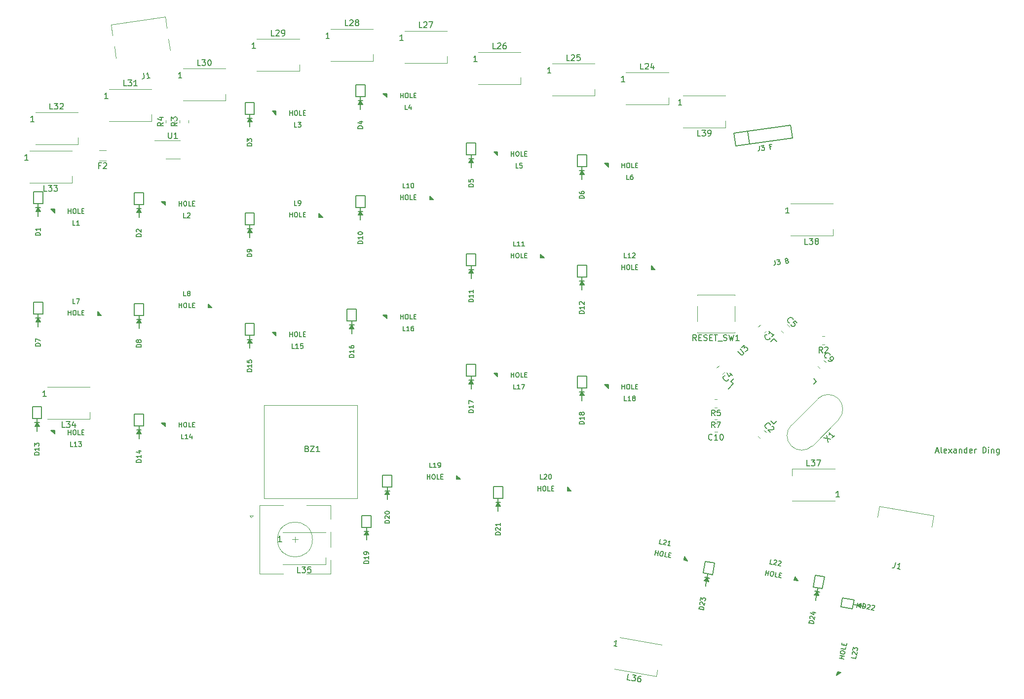
<source format=gbr>
%TF.GenerationSoftware,KiCad,Pcbnew,5.1.9*%
%TF.CreationDate,2021-05-15T18:24:56-05:00*%
%TF.ProjectId,nightwing,6e696768-7477-4696-9e67-2e6b69636164,rev?*%
%TF.SameCoordinates,Original*%
%TF.FileFunction,Legend,Top*%
%TF.FilePolarity,Positive*%
%FSLAX46Y46*%
G04 Gerber Fmt 4.6, Leading zero omitted, Abs format (unit mm)*
G04 Created by KiCad (PCBNEW 5.1.9) date 2021-05-15 18:24:56*
%MOMM*%
%LPD*%
G01*
G04 APERTURE LIST*
%ADD10C,0.150000*%
%ADD11C,0.120000*%
%ADD12C,0.160000*%
%ADD13C,0.152400*%
G04 APERTURE END LIST*
D10*
X171747619Y-79806666D02*
X172223809Y-79806666D01*
X171652380Y-80092380D02*
X171985714Y-79092380D01*
X172319047Y-80092380D01*
X172795238Y-80092380D02*
X172700000Y-80044761D01*
X172652380Y-79949523D01*
X172652380Y-79092380D01*
X173557142Y-80044761D02*
X173461904Y-80092380D01*
X173271428Y-80092380D01*
X173176190Y-80044761D01*
X173128571Y-79949523D01*
X173128571Y-79568571D01*
X173176190Y-79473333D01*
X173271428Y-79425714D01*
X173461904Y-79425714D01*
X173557142Y-79473333D01*
X173604761Y-79568571D01*
X173604761Y-79663809D01*
X173128571Y-79759047D01*
X173938095Y-80092380D02*
X174461904Y-79425714D01*
X173938095Y-79425714D02*
X174461904Y-80092380D01*
X175271428Y-80092380D02*
X175271428Y-79568571D01*
X175223809Y-79473333D01*
X175128571Y-79425714D01*
X174938095Y-79425714D01*
X174842857Y-79473333D01*
X175271428Y-80044761D02*
X175176190Y-80092380D01*
X174938095Y-80092380D01*
X174842857Y-80044761D01*
X174795238Y-79949523D01*
X174795238Y-79854285D01*
X174842857Y-79759047D01*
X174938095Y-79711428D01*
X175176190Y-79711428D01*
X175271428Y-79663809D01*
X175747619Y-79425714D02*
X175747619Y-80092380D01*
X175747619Y-79520952D02*
X175795238Y-79473333D01*
X175890476Y-79425714D01*
X176033333Y-79425714D01*
X176128571Y-79473333D01*
X176176190Y-79568571D01*
X176176190Y-80092380D01*
X177080952Y-80092380D02*
X177080952Y-79092380D01*
X177080952Y-80044761D02*
X176985714Y-80092380D01*
X176795238Y-80092380D01*
X176700000Y-80044761D01*
X176652380Y-79997142D01*
X176604761Y-79901904D01*
X176604761Y-79616190D01*
X176652380Y-79520952D01*
X176700000Y-79473333D01*
X176795238Y-79425714D01*
X176985714Y-79425714D01*
X177080952Y-79473333D01*
X177938095Y-80044761D02*
X177842857Y-80092380D01*
X177652380Y-80092380D01*
X177557142Y-80044761D01*
X177509523Y-79949523D01*
X177509523Y-79568571D01*
X177557142Y-79473333D01*
X177652380Y-79425714D01*
X177842857Y-79425714D01*
X177938095Y-79473333D01*
X177985714Y-79568571D01*
X177985714Y-79663809D01*
X177509523Y-79759047D01*
X178414285Y-80092380D02*
X178414285Y-79425714D01*
X178414285Y-79616190D02*
X178461904Y-79520952D01*
X178509523Y-79473333D01*
X178604761Y-79425714D01*
X178700000Y-79425714D01*
X179795238Y-80092380D02*
X179795238Y-79092380D01*
X180033333Y-79092380D01*
X180176190Y-79140000D01*
X180271428Y-79235238D01*
X180319047Y-79330476D01*
X180366666Y-79520952D01*
X180366666Y-79663809D01*
X180319047Y-79854285D01*
X180271428Y-79949523D01*
X180176190Y-80044761D01*
X180033333Y-80092380D01*
X179795238Y-80092380D01*
X180795238Y-80092380D02*
X180795238Y-79425714D01*
X180795238Y-79092380D02*
X180747619Y-79140000D01*
X180795238Y-79187619D01*
X180842857Y-79140000D01*
X180795238Y-79092380D01*
X180795238Y-79187619D01*
X181271428Y-79425714D02*
X181271428Y-80092380D01*
X181271428Y-79520952D02*
X181319047Y-79473333D01*
X181414285Y-79425714D01*
X181557142Y-79425714D01*
X181652380Y-79473333D01*
X181700000Y-79568571D01*
X181700000Y-80092380D01*
X182604761Y-79425714D02*
X182604761Y-80235238D01*
X182557142Y-80330476D01*
X182509523Y-80378095D01*
X182414285Y-80425714D01*
X182271428Y-80425714D01*
X182176190Y-80378095D01*
X182604761Y-80044761D02*
X182509523Y-80092380D01*
X182319047Y-80092380D01*
X182223809Y-80044761D01*
X182176190Y-79997142D01*
X182128571Y-79901904D01*
X182128571Y-79616190D01*
X182176190Y-79520952D01*
X182223809Y-79473333D01*
X182319047Y-79425714D01*
X182509523Y-79425714D01*
X182604761Y-79473333D01*
D11*
%TO.C,RESET_SW1*%
X137240000Y-52980000D02*
X137240000Y-53010000D01*
X137240000Y-59440000D02*
X137240000Y-59410000D01*
X130780000Y-59440000D02*
X130780000Y-59410000D01*
X130780000Y-53010000D02*
X130780000Y-52980000D01*
X137240000Y-54910000D02*
X137240000Y-57510000D01*
X130780000Y-52980000D02*
X137240000Y-52980000D01*
X130780000Y-54910000D02*
X130780000Y-57510000D01*
X130780000Y-59440000D02*
X137240000Y-59440000D01*
D12*
%TO.C,J3*%
X137114616Y-25210828D02*
X146839049Y-23844148D01*
X146839049Y-23844148D02*
X147145229Y-26022738D01*
X147145229Y-26022738D02*
X137420797Y-27389418D01*
X137420797Y-27389418D02*
X137114616Y-25210828D01*
X139461551Y-24880988D02*
X139767732Y-27059578D01*
D10*
%TO.C,U3*%
X137018031Y-68216586D02*
X136116470Y-69118148D01*
X143930000Y-60491445D02*
X143452703Y-60968742D01*
X151248555Y-67810000D02*
X150771258Y-68287297D01*
X143930000Y-75128555D02*
X144407297Y-74651258D01*
X136611445Y-67810000D02*
X137088742Y-67332703D01*
X143930000Y-75128555D02*
X143452703Y-74651258D01*
X151248555Y-67810000D02*
X150771258Y-67332703D01*
X143930000Y-60491445D02*
X144407297Y-60968742D01*
X136611445Y-67810000D02*
X137018031Y-68216586D01*
D11*
%TO.C,J1*%
X39825914Y-7095350D02*
X39561485Y-5213841D01*
X40368689Y-10957396D02*
X40090343Y-8976860D01*
X30517394Y-8403577D02*
X30252965Y-6522068D01*
X31060169Y-12265623D02*
X30781823Y-10285087D01*
X39561485Y-5213841D02*
X30252965Y-6522068D01*
%TO.C,SW19*%
X64790000Y-94970000D02*
G75*
G03*
X64790000Y-94970000I-3000000J0D01*
G01*
X63790000Y-89070000D02*
X67890000Y-89070000D01*
X67890000Y-100870000D02*
X63790000Y-100870000D01*
X59790000Y-100870000D02*
X55690000Y-100870000D01*
X59790000Y-89070000D02*
X55690000Y-89070000D01*
X55690000Y-89070000D02*
X55690000Y-100870000D01*
X54290000Y-91170000D02*
X53990000Y-90870000D01*
X53990000Y-90870000D02*
X54590000Y-90870000D01*
X54590000Y-90870000D02*
X54290000Y-91170000D01*
X67890000Y-89070000D02*
X67890000Y-91470000D01*
X67890000Y-93670000D02*
X67890000Y-96270000D01*
X67890000Y-98470000D02*
X67890000Y-100870000D01*
X61790000Y-94470000D02*
X61790000Y-95470000D01*
X61290000Y-94970000D02*
X62290000Y-94970000D01*
%TO.C,L39*%
X128348592Y-18718521D02*
X135648592Y-18718521D01*
X135648592Y-24218521D02*
X135648592Y-23068521D01*
X128348592Y-24218521D02*
X135648592Y-24218521D01*
%TO.C,L38*%
X146780000Y-37310000D02*
X154080000Y-37310000D01*
X154080000Y-42810000D02*
X154080000Y-41660000D01*
X146780000Y-42810000D02*
X154080000Y-42810000D01*
%TO.C,L37*%
X154410000Y-88350000D02*
X147110000Y-88350000D01*
X147110000Y-82850000D02*
X147110000Y-84000000D01*
X154410000Y-82850000D02*
X147110000Y-82850000D01*
%TO.C,L36*%
X117537947Y-111781735D02*
X124727044Y-113049367D01*
X123771979Y-118465809D02*
X123971674Y-117333280D01*
X116582882Y-117198177D02*
X123771979Y-118465809D01*
%TO.C,L35*%
X59724324Y-93717721D02*
X67024324Y-93717721D01*
X67024324Y-99217721D02*
X67024324Y-98067721D01*
X59724324Y-99217721D02*
X67024324Y-99217721D01*
%TO.C,L34*%
X19318505Y-68780487D02*
X26618505Y-68780487D01*
X26618505Y-74280487D02*
X26618505Y-73130487D01*
X19318505Y-74280487D02*
X26618505Y-74280487D01*
%TO.C,L33*%
X16224788Y-28187170D02*
X23524788Y-28187170D01*
X23524788Y-33687170D02*
X23524788Y-32537170D01*
X16224788Y-33687170D02*
X23524788Y-33687170D01*
%TO.C,L32*%
X24535000Y-27108641D02*
X24535000Y-25958641D01*
X17235000Y-27108641D02*
X24535000Y-27108641D01*
X17235000Y-21608641D02*
X24535000Y-21608641D01*
%TO.C,L31*%
X37205000Y-23108641D02*
X37205000Y-21958641D01*
X29905000Y-23108641D02*
X37205000Y-23108641D01*
X29905000Y-17608641D02*
X37205000Y-17608641D01*
%TO.C,L30*%
X49875000Y-19608641D02*
X49875000Y-18458641D01*
X42575000Y-19608641D02*
X49875000Y-19608641D01*
X42575000Y-14108641D02*
X49875000Y-14108641D01*
%TO.C,L29*%
X62535000Y-14508641D02*
X62535000Y-13358641D01*
X55235000Y-14508641D02*
X62535000Y-14508641D01*
X55235000Y-9008641D02*
X62535000Y-9008641D01*
%TO.C,L28*%
X75205000Y-12780000D02*
X75205000Y-11630000D01*
X67905000Y-12780000D02*
X75205000Y-12780000D01*
X67905000Y-7280000D02*
X75205000Y-7280000D01*
%TO.C,L27*%
X87875000Y-13120000D02*
X87875000Y-11970000D01*
X80575000Y-13120000D02*
X87875000Y-13120000D01*
X80575000Y-7620000D02*
X87875000Y-7620000D01*
%TO.C,L26*%
X100535000Y-16750000D02*
X100535000Y-15600000D01*
X93235000Y-16750000D02*
X100535000Y-16750000D01*
X93235000Y-11250000D02*
X100535000Y-11250000D01*
%TO.C,L25*%
X113205000Y-18750000D02*
X113205000Y-17600000D01*
X105905000Y-18750000D02*
X113205000Y-18750000D01*
X105905000Y-13250000D02*
X113205000Y-13250000D01*
%TO.C,L24*%
X125875000Y-20250000D02*
X125875000Y-19100000D01*
X118575000Y-20250000D02*
X125875000Y-20250000D01*
X118575000Y-14750000D02*
X125875000Y-14750000D01*
%TO.C,R5*%
X134227064Y-70882113D02*
X133772936Y-70882113D01*
X134227064Y-72352113D02*
X133772936Y-72352113D01*
%TO.C,R7*%
X134227064Y-72908781D02*
X133772936Y-72908781D01*
X134227064Y-74378781D02*
X133772936Y-74378781D01*
%TO.C,R3*%
X43484544Y-23414562D02*
X43484544Y-22960434D01*
X42014544Y-23414562D02*
X42014544Y-22960434D01*
%TO.C,R4*%
X39670819Y-23414562D02*
X39670819Y-22960434D01*
X41140819Y-23414562D02*
X41140819Y-22960434D01*
D12*
%TO.C,D1*%
X17725000Y-38595000D02*
X17725000Y-39458600D01*
X18131400Y-37960000D02*
X17318600Y-37960000D01*
X17344000Y-38595000D02*
X17725000Y-37960000D01*
X18106000Y-38595000D02*
X17344000Y-38595000D01*
X17725000Y-37960000D02*
X18106000Y-38595000D01*
X17725000Y-37299600D02*
X17725000Y-37960000D01*
G36*
X17344000Y-38595000D02*
G01*
X17725000Y-37960000D01*
X18106000Y-38595000D01*
X17344000Y-38595000D01*
G37*
X17344000Y-38595000D02*
X17725000Y-37960000D01*
X18106000Y-38595000D01*
X17344000Y-38595000D01*
X18525000Y-35241000D02*
X18525000Y-37274200D01*
X18525000Y-37274200D02*
X16925000Y-37274200D01*
X16925000Y-37274200D02*
X16925000Y-35241000D01*
X16925000Y-35241000D02*
X18525000Y-35241000D01*
%TO.C,D2*%
X35025000Y-38795000D02*
X35025000Y-39658600D01*
X35431400Y-38160000D02*
X34618600Y-38160000D01*
X34644000Y-38795000D02*
X35025000Y-38160000D01*
X35406000Y-38795000D02*
X34644000Y-38795000D01*
X35025000Y-38160000D02*
X35406000Y-38795000D01*
X35025000Y-37499600D02*
X35025000Y-38160000D01*
G36*
X34644000Y-38795000D02*
G01*
X35025000Y-38160000D01*
X35406000Y-38795000D01*
X34644000Y-38795000D01*
G37*
X34644000Y-38795000D02*
X35025000Y-38160000D01*
X35406000Y-38795000D01*
X34644000Y-38795000D01*
X35825000Y-35441000D02*
X35825000Y-37474200D01*
X35825000Y-37474200D02*
X34225000Y-37474200D01*
X34225000Y-37474200D02*
X34225000Y-35441000D01*
X34225000Y-35441000D02*
X35825000Y-35441000D01*
%TO.C,D3*%
X54025000Y-23245000D02*
X54025000Y-24108600D01*
X54431400Y-22610000D02*
X53618600Y-22610000D01*
X53644000Y-23245000D02*
X54025000Y-22610000D01*
X54406000Y-23245000D02*
X53644000Y-23245000D01*
X54025000Y-22610000D02*
X54406000Y-23245000D01*
X54025000Y-21949600D02*
X54025000Y-22610000D01*
G36*
X53644000Y-23245000D02*
G01*
X54025000Y-22610000D01*
X54406000Y-23245000D01*
X53644000Y-23245000D01*
G37*
X53644000Y-23245000D02*
X54025000Y-22610000D01*
X54406000Y-23245000D01*
X53644000Y-23245000D01*
X54825000Y-19891000D02*
X54825000Y-21924200D01*
X54825000Y-21924200D02*
X53225000Y-21924200D01*
X53225000Y-21924200D02*
X53225000Y-19891000D01*
X53225000Y-19891000D02*
X54825000Y-19891000D01*
%TO.C,D4*%
X73025000Y-20245000D02*
X73025000Y-21108600D01*
X73431400Y-19610000D02*
X72618600Y-19610000D01*
X72644000Y-20245000D02*
X73025000Y-19610000D01*
X73406000Y-20245000D02*
X72644000Y-20245000D01*
X73025000Y-19610000D02*
X73406000Y-20245000D01*
X73025000Y-18949600D02*
X73025000Y-19610000D01*
G36*
X72644000Y-20245000D02*
G01*
X73025000Y-19610000D01*
X73406000Y-20245000D01*
X72644000Y-20245000D01*
G37*
X72644000Y-20245000D02*
X73025000Y-19610000D01*
X73406000Y-20245000D01*
X72644000Y-20245000D01*
X73825000Y-16891000D02*
X73825000Y-18924200D01*
X73825000Y-18924200D02*
X72225000Y-18924200D01*
X72225000Y-18924200D02*
X72225000Y-16891000D01*
X72225000Y-16891000D02*
X73825000Y-16891000D01*
%TO.C,D5*%
X92025000Y-30245000D02*
X92025000Y-31108600D01*
X92431400Y-29610000D02*
X91618600Y-29610000D01*
X91644000Y-30245000D02*
X92025000Y-29610000D01*
X92406000Y-30245000D02*
X91644000Y-30245000D01*
X92025000Y-29610000D02*
X92406000Y-30245000D01*
X92025000Y-28949600D02*
X92025000Y-29610000D01*
G36*
X91644000Y-30245000D02*
G01*
X92025000Y-29610000D01*
X92406000Y-30245000D01*
X91644000Y-30245000D01*
G37*
X91644000Y-30245000D02*
X92025000Y-29610000D01*
X92406000Y-30245000D01*
X91644000Y-30245000D01*
X92825000Y-26891000D02*
X92825000Y-28924200D01*
X92825000Y-28924200D02*
X91225000Y-28924200D01*
X91225000Y-28924200D02*
X91225000Y-26891000D01*
X91225000Y-26891000D02*
X92825000Y-26891000D01*
%TO.C,D6*%
X111025000Y-32245000D02*
X111025000Y-33108600D01*
X111431400Y-31610000D02*
X110618600Y-31610000D01*
X110644000Y-32245000D02*
X111025000Y-31610000D01*
X111406000Y-32245000D02*
X110644000Y-32245000D01*
X111025000Y-31610000D02*
X111406000Y-32245000D01*
X111025000Y-30949600D02*
X111025000Y-31610000D01*
G36*
X110644000Y-32245000D02*
G01*
X111025000Y-31610000D01*
X111406000Y-32245000D01*
X110644000Y-32245000D01*
G37*
X110644000Y-32245000D02*
X111025000Y-31610000D01*
X111406000Y-32245000D01*
X110644000Y-32245000D01*
X111825000Y-28891000D02*
X111825000Y-30924200D01*
X111825000Y-30924200D02*
X110225000Y-30924200D01*
X110225000Y-30924200D02*
X110225000Y-28891000D01*
X110225000Y-28891000D02*
X111825000Y-28891000D01*
%TO.C,D7*%
X17725000Y-57595000D02*
X17725000Y-58458600D01*
X18131400Y-56960000D02*
X17318600Y-56960000D01*
X17344000Y-57595000D02*
X17725000Y-56960000D01*
X18106000Y-57595000D02*
X17344000Y-57595000D01*
X17725000Y-56960000D02*
X18106000Y-57595000D01*
X17725000Y-56299600D02*
X17725000Y-56960000D01*
G36*
X17344000Y-57595000D02*
G01*
X17725000Y-56960000D01*
X18106000Y-57595000D01*
X17344000Y-57595000D01*
G37*
X17344000Y-57595000D02*
X17725000Y-56960000D01*
X18106000Y-57595000D01*
X17344000Y-57595000D01*
X18525000Y-54241000D02*
X18525000Y-56274200D01*
X18525000Y-56274200D02*
X16925000Y-56274200D01*
X16925000Y-56274200D02*
X16925000Y-54241000D01*
X16925000Y-54241000D02*
X18525000Y-54241000D01*
%TO.C,D8*%
X35025000Y-57795000D02*
X35025000Y-58658600D01*
X35431400Y-57160000D02*
X34618600Y-57160000D01*
X34644000Y-57795000D02*
X35025000Y-57160000D01*
X35406000Y-57795000D02*
X34644000Y-57795000D01*
X35025000Y-57160000D02*
X35406000Y-57795000D01*
X35025000Y-56499600D02*
X35025000Y-57160000D01*
G36*
X34644000Y-57795000D02*
G01*
X35025000Y-57160000D01*
X35406000Y-57795000D01*
X34644000Y-57795000D01*
G37*
X34644000Y-57795000D02*
X35025000Y-57160000D01*
X35406000Y-57795000D01*
X34644000Y-57795000D01*
X35825000Y-54441000D02*
X35825000Y-56474200D01*
X35825000Y-56474200D02*
X34225000Y-56474200D01*
X34225000Y-56474200D02*
X34225000Y-54441000D01*
X34225000Y-54441000D02*
X35825000Y-54441000D01*
%TO.C,D9*%
X54025000Y-42245000D02*
X54025000Y-43108600D01*
X54431400Y-41610000D02*
X53618600Y-41610000D01*
X53644000Y-42245000D02*
X54025000Y-41610000D01*
X54406000Y-42245000D02*
X53644000Y-42245000D01*
X54025000Y-41610000D02*
X54406000Y-42245000D01*
X54025000Y-40949600D02*
X54025000Y-41610000D01*
G36*
X53644000Y-42245000D02*
G01*
X54025000Y-41610000D01*
X54406000Y-42245000D01*
X53644000Y-42245000D01*
G37*
X53644000Y-42245000D02*
X54025000Y-41610000D01*
X54406000Y-42245000D01*
X53644000Y-42245000D01*
X54825000Y-38891000D02*
X54825000Y-40924200D01*
X54825000Y-40924200D02*
X53225000Y-40924200D01*
X53225000Y-40924200D02*
X53225000Y-38891000D01*
X53225000Y-38891000D02*
X54825000Y-38891000D01*
%TO.C,D10*%
X73025000Y-39245000D02*
X73025000Y-40108600D01*
X73431400Y-38610000D02*
X72618600Y-38610000D01*
X72644000Y-39245000D02*
X73025000Y-38610000D01*
X73406000Y-39245000D02*
X72644000Y-39245000D01*
X73025000Y-38610000D02*
X73406000Y-39245000D01*
X73025000Y-37949600D02*
X73025000Y-38610000D01*
G36*
X72644000Y-39245000D02*
G01*
X73025000Y-38610000D01*
X73406000Y-39245000D01*
X72644000Y-39245000D01*
G37*
X72644000Y-39245000D02*
X73025000Y-38610000D01*
X73406000Y-39245000D01*
X72644000Y-39245000D01*
X73825000Y-35891000D02*
X73825000Y-37924200D01*
X73825000Y-37924200D02*
X72225000Y-37924200D01*
X72225000Y-37924200D02*
X72225000Y-35891000D01*
X72225000Y-35891000D02*
X73825000Y-35891000D01*
%TO.C,D11*%
X92025000Y-49245000D02*
X92025000Y-50108600D01*
X92431400Y-48610000D02*
X91618600Y-48610000D01*
X91644000Y-49245000D02*
X92025000Y-48610000D01*
X92406000Y-49245000D02*
X91644000Y-49245000D01*
X92025000Y-48610000D02*
X92406000Y-49245000D01*
X92025000Y-47949600D02*
X92025000Y-48610000D01*
G36*
X91644000Y-49245000D02*
G01*
X92025000Y-48610000D01*
X92406000Y-49245000D01*
X91644000Y-49245000D01*
G37*
X91644000Y-49245000D02*
X92025000Y-48610000D01*
X92406000Y-49245000D01*
X91644000Y-49245000D01*
X92825000Y-45891000D02*
X92825000Y-47924200D01*
X92825000Y-47924200D02*
X91225000Y-47924200D01*
X91225000Y-47924200D02*
X91225000Y-45891000D01*
X91225000Y-45891000D02*
X92825000Y-45891000D01*
%TO.C,D12*%
X111025000Y-51245000D02*
X111025000Y-52108600D01*
X111431400Y-50610000D02*
X110618600Y-50610000D01*
X110644000Y-51245000D02*
X111025000Y-50610000D01*
X111406000Y-51245000D02*
X110644000Y-51245000D01*
X111025000Y-50610000D02*
X111406000Y-51245000D01*
X111025000Y-49949600D02*
X111025000Y-50610000D01*
G36*
X110644000Y-51245000D02*
G01*
X111025000Y-50610000D01*
X111406000Y-51245000D01*
X110644000Y-51245000D01*
G37*
X110644000Y-51245000D02*
X111025000Y-50610000D01*
X111406000Y-51245000D01*
X110644000Y-51245000D01*
X111825000Y-47891000D02*
X111825000Y-49924200D01*
X111825000Y-49924200D02*
X110225000Y-49924200D01*
X110225000Y-49924200D02*
X110225000Y-47891000D01*
X110225000Y-47891000D02*
X111825000Y-47891000D01*
%TO.C,D13*%
X17531063Y-75534447D02*
X17531063Y-76398047D01*
X17937463Y-74899447D02*
X17124663Y-74899447D01*
X17150063Y-75534447D02*
X17531063Y-74899447D01*
X17912063Y-75534447D02*
X17150063Y-75534447D01*
X17531063Y-74899447D02*
X17912063Y-75534447D01*
X17531063Y-74239047D02*
X17531063Y-74899447D01*
G36*
X17150063Y-75534447D02*
G01*
X17531063Y-74899447D01*
X17912063Y-75534447D01*
X17150063Y-75534447D01*
G37*
X17150063Y-75534447D02*
X17531063Y-74899447D01*
X17912063Y-75534447D01*
X17150063Y-75534447D01*
X18331063Y-72180447D02*
X18331063Y-74213647D01*
X18331063Y-74213647D02*
X16731063Y-74213647D01*
X16731063Y-74213647D02*
X16731063Y-72180447D01*
X16731063Y-72180447D02*
X18331063Y-72180447D01*
%TO.C,D14*%
X35025000Y-76795000D02*
X35025000Y-77658600D01*
X35431400Y-76160000D02*
X34618600Y-76160000D01*
X34644000Y-76795000D02*
X35025000Y-76160000D01*
X35406000Y-76795000D02*
X34644000Y-76795000D01*
X35025000Y-76160000D02*
X35406000Y-76795000D01*
X35025000Y-75499600D02*
X35025000Y-76160000D01*
G36*
X34644000Y-76795000D02*
G01*
X35025000Y-76160000D01*
X35406000Y-76795000D01*
X34644000Y-76795000D01*
G37*
X34644000Y-76795000D02*
X35025000Y-76160000D01*
X35406000Y-76795000D01*
X34644000Y-76795000D01*
X35825000Y-73441000D02*
X35825000Y-75474200D01*
X35825000Y-75474200D02*
X34225000Y-75474200D01*
X34225000Y-75474200D02*
X34225000Y-73441000D01*
X34225000Y-73441000D02*
X35825000Y-73441000D01*
%TO.C,D15*%
X54025000Y-61245000D02*
X54025000Y-62108600D01*
X54431400Y-60610000D02*
X53618600Y-60610000D01*
X53644000Y-61245000D02*
X54025000Y-60610000D01*
X54406000Y-61245000D02*
X53644000Y-61245000D01*
X54025000Y-60610000D02*
X54406000Y-61245000D01*
X54025000Y-59949600D02*
X54025000Y-60610000D01*
G36*
X53644000Y-61245000D02*
G01*
X54025000Y-60610000D01*
X54406000Y-61245000D01*
X53644000Y-61245000D01*
G37*
X53644000Y-61245000D02*
X54025000Y-60610000D01*
X54406000Y-61245000D01*
X53644000Y-61245000D01*
X54825000Y-57891000D02*
X54825000Y-59924200D01*
X54825000Y-59924200D02*
X53225000Y-59924200D01*
X53225000Y-59924200D02*
X53225000Y-57891000D01*
X53225000Y-57891000D02*
X54825000Y-57891000D01*
%TO.C,D16*%
X71530487Y-58764854D02*
X71530487Y-59628454D01*
X71936887Y-58129854D02*
X71124087Y-58129854D01*
X71149487Y-58764854D02*
X71530487Y-58129854D01*
X71911487Y-58764854D02*
X71149487Y-58764854D01*
X71530487Y-58129854D02*
X71911487Y-58764854D01*
X71530487Y-57469454D02*
X71530487Y-58129854D01*
G36*
X71149487Y-58764854D02*
G01*
X71530487Y-58129854D01*
X71911487Y-58764854D01*
X71149487Y-58764854D01*
G37*
X71149487Y-58764854D02*
X71530487Y-58129854D01*
X71911487Y-58764854D01*
X71149487Y-58764854D01*
X72330487Y-55410854D02*
X72330487Y-57444054D01*
X72330487Y-57444054D02*
X70730487Y-57444054D01*
X70730487Y-57444054D02*
X70730487Y-55410854D01*
X70730487Y-55410854D02*
X72330487Y-55410854D01*
%TO.C,D17*%
X92025000Y-68245000D02*
X92025000Y-69108600D01*
X92431400Y-67610000D02*
X91618600Y-67610000D01*
X91644000Y-68245000D02*
X92025000Y-67610000D01*
X92406000Y-68245000D02*
X91644000Y-68245000D01*
X92025000Y-67610000D02*
X92406000Y-68245000D01*
X92025000Y-66949600D02*
X92025000Y-67610000D01*
G36*
X91644000Y-68245000D02*
G01*
X92025000Y-67610000D01*
X92406000Y-68245000D01*
X91644000Y-68245000D01*
G37*
X91644000Y-68245000D02*
X92025000Y-67610000D01*
X92406000Y-68245000D01*
X91644000Y-68245000D01*
X92825000Y-64891000D02*
X92825000Y-66924200D01*
X92825000Y-66924200D02*
X91225000Y-66924200D01*
X91225000Y-66924200D02*
X91225000Y-64891000D01*
X91225000Y-64891000D02*
X92825000Y-64891000D01*
%TO.C,D18*%
X111025000Y-70245000D02*
X111025000Y-71108600D01*
X111431400Y-69610000D02*
X110618600Y-69610000D01*
X110644000Y-70245000D02*
X111025000Y-69610000D01*
X111406000Y-70245000D02*
X110644000Y-70245000D01*
X111025000Y-69610000D02*
X111406000Y-70245000D01*
X111025000Y-68949600D02*
X111025000Y-69610000D01*
G36*
X110644000Y-70245000D02*
G01*
X111025000Y-69610000D01*
X111406000Y-70245000D01*
X110644000Y-70245000D01*
G37*
X110644000Y-70245000D02*
X111025000Y-69610000D01*
X111406000Y-70245000D01*
X110644000Y-70245000D01*
X111825000Y-66891000D02*
X111825000Y-68924200D01*
X111825000Y-68924200D02*
X110225000Y-68924200D01*
X110225000Y-68924200D02*
X110225000Y-66891000D01*
X110225000Y-66891000D02*
X111825000Y-66891000D01*
%TO.C,D19*%
X74061710Y-94190498D02*
X74061710Y-95054098D01*
X74468110Y-93555498D02*
X73655310Y-93555498D01*
X73680710Y-94190498D02*
X74061710Y-93555498D01*
X74442710Y-94190498D02*
X73680710Y-94190498D01*
X74061710Y-93555498D02*
X74442710Y-94190498D01*
X74061710Y-92895098D02*
X74061710Y-93555498D01*
G36*
X73680710Y-94190498D02*
G01*
X74061710Y-93555498D01*
X74442710Y-94190498D01*
X73680710Y-94190498D01*
G37*
X73680710Y-94190498D02*
X74061710Y-93555498D01*
X74442710Y-94190498D01*
X73680710Y-94190498D01*
X74861710Y-90836498D02*
X74861710Y-92869698D01*
X74861710Y-92869698D02*
X73261710Y-92869698D01*
X73261710Y-92869698D02*
X73261710Y-90836498D01*
X73261710Y-90836498D02*
X74861710Y-90836498D01*
%TO.C,D20*%
X77637500Y-87254000D02*
X77637500Y-88117600D01*
X78043900Y-86619000D02*
X77231100Y-86619000D01*
X77256500Y-87254000D02*
X77637500Y-86619000D01*
X78018500Y-87254000D02*
X77256500Y-87254000D01*
X77637500Y-86619000D02*
X78018500Y-87254000D01*
X77637500Y-85958600D02*
X77637500Y-86619000D01*
G36*
X77256500Y-87254000D02*
G01*
X77637500Y-86619000D01*
X78018500Y-87254000D01*
X77256500Y-87254000D01*
G37*
X77256500Y-87254000D02*
X77637500Y-86619000D01*
X78018500Y-87254000D01*
X77256500Y-87254000D01*
X78437500Y-83900000D02*
X78437500Y-85933200D01*
X78437500Y-85933200D02*
X76837500Y-85933200D01*
X76837500Y-85933200D02*
X76837500Y-83900000D01*
X76837500Y-83900000D02*
X78437500Y-83900000D01*
%TO.C,D21*%
X96637500Y-89254000D02*
X96637500Y-90117600D01*
X97043900Y-88619000D02*
X96231100Y-88619000D01*
X96256500Y-89254000D02*
X96637500Y-88619000D01*
X97018500Y-89254000D02*
X96256500Y-89254000D01*
X96637500Y-88619000D02*
X97018500Y-89254000D01*
X96637500Y-87958600D02*
X96637500Y-88619000D01*
G36*
X96256500Y-89254000D02*
G01*
X96637500Y-88619000D01*
X97018500Y-89254000D01*
X96256500Y-89254000D01*
G37*
X96256500Y-89254000D02*
X96637500Y-88619000D01*
X97018500Y-89254000D01*
X96256500Y-89254000D01*
X97437500Y-85900000D02*
X97437500Y-87933200D01*
X97437500Y-87933200D02*
X95837500Y-87933200D01*
X95837500Y-87933200D02*
X95837500Y-85900000D01*
X95837500Y-85900000D02*
X97437500Y-85900000D01*
%TO.C,D22*%
X158869982Y-106350259D02*
X159720462Y-106500221D01*
X158315200Y-105839766D02*
X158174059Y-106640218D01*
X158803822Y-106725470D02*
X158244629Y-106239992D01*
X158936142Y-105975047D02*
X158803822Y-106725470D01*
X158244629Y-106239992D02*
X158936142Y-105975047D01*
X157594262Y-106125315D02*
X158244629Y-106239992D01*
G36*
X158803822Y-106725470D02*
G01*
X158244629Y-106239992D01*
X158936142Y-105975047D01*
X158803822Y-106725470D01*
G37*
X158803822Y-106725470D02*
X158244629Y-106239992D01*
X158936142Y-105975047D01*
X158803822Y-106725470D01*
X155705856Y-104979996D02*
X157708167Y-105333058D01*
X157708167Y-105333058D02*
X157430330Y-106908750D01*
X157430330Y-106908750D02*
X155428018Y-106555689D01*
X155428018Y-106555689D02*
X155705856Y-104979996D01*
%TO.C,D23*%
X132379741Y-102149982D02*
X132229779Y-103000462D01*
X132890234Y-101595200D02*
X132089782Y-101454059D01*
X132004530Y-102083822D02*
X132490008Y-101524629D01*
X132754953Y-102216142D02*
X132004530Y-102083822D01*
X132490008Y-101524629D02*
X132754953Y-102216142D01*
X132604685Y-100874262D02*
X132490008Y-101524629D01*
G36*
X132004530Y-102083822D02*
G01*
X132490008Y-101524629D01*
X132754953Y-102216142D01*
X132004530Y-102083822D01*
G37*
X132004530Y-102083822D02*
X132490008Y-101524629D01*
X132754953Y-102216142D01*
X132004530Y-102083822D01*
X133750004Y-98985856D02*
X133396942Y-100988167D01*
X133396942Y-100988167D02*
X131821250Y-100710330D01*
X131821250Y-100710330D02*
X132174311Y-98708018D01*
X132174311Y-98708018D02*
X133750004Y-98985856D01*
%TO.C,D24*%
X151259741Y-104559982D02*
X151109779Y-105410462D01*
X151770234Y-104005200D02*
X150969782Y-103864059D01*
X150884530Y-104493822D02*
X151370008Y-103934629D01*
X151634953Y-104626142D02*
X150884530Y-104493822D01*
X151370008Y-103934629D02*
X151634953Y-104626142D01*
X151484685Y-103284262D02*
X151370008Y-103934629D01*
G36*
X150884530Y-104493822D02*
G01*
X151370008Y-103934629D01*
X151634953Y-104626142D01*
X150884530Y-104493822D01*
G37*
X150884530Y-104493822D02*
X151370008Y-103934629D01*
X151634953Y-104626142D01*
X150884530Y-104493822D01*
X152630004Y-101395856D02*
X152276942Y-103398167D01*
X152276942Y-103398167D02*
X150701250Y-103120330D01*
X150701250Y-103120330D02*
X151054311Y-101118018D01*
X151054311Y-101118018D02*
X152630004Y-101395856D01*
D11*
%TO.C,BZ1*%
X72499312Y-87874148D02*
X56499312Y-87874148D01*
X72499312Y-71874148D02*
X72499312Y-87874148D01*
X56499312Y-71874148D02*
X72499312Y-71874148D01*
X56499312Y-87874148D02*
X56499312Y-71874148D01*
%TO.C,J2*%
X161748179Y-91150736D02*
X162078110Y-89279601D01*
X171335303Y-90911894D02*
X162078110Y-89279601D01*
X171005372Y-92783029D02*
X171335303Y-90911894D01*
%TO.C,C1*%
X142674457Y-59104990D02*
X142304990Y-59474457D01*
X141635010Y-58065543D02*
X141265543Y-58435010D01*
%TO.C,C2*%
X142264990Y-76205543D02*
X142634457Y-76575010D01*
X141225543Y-77244990D02*
X141595010Y-77614457D01*
%TO.C,C4*%
X135542706Y-66176741D02*
X135173239Y-66546208D01*
X134503259Y-65137294D02*
X134133792Y-65506761D01*
%TO.C,C5*%
X146244990Y-58055543D02*
X146614457Y-58425010D01*
X145205543Y-59094990D02*
X145575010Y-59464457D01*
%TO.C,C9*%
X152504990Y-64165543D02*
X152874457Y-64535010D01*
X151465543Y-65204990D02*
X151835010Y-65574457D01*
%TO.C,C10*%
X134261252Y-76485000D02*
X133738748Y-76485000D01*
X134261252Y-75015000D02*
X133738748Y-75015000D01*
%TO.C,F2*%
X29388906Y-29915587D02*
X28184778Y-29915587D01*
X29388906Y-28095587D02*
X28184778Y-28095587D01*
%TO.C,R2*%
X152697064Y-61525000D02*
X152242936Y-61525000D01*
X152697064Y-60055000D02*
X152242936Y-60055000D01*
%TO.C,U1*%
X42105275Y-29536882D02*
X39605275Y-29536882D01*
X42105275Y-26436882D02*
X37705275Y-26436882D01*
%TO.C,X1*%
X155039967Y-74372263D02*
X150514483Y-78897747D01*
X151469078Y-70801374D02*
X146943594Y-75326858D01*
X151469077Y-70801375D02*
G75*
G02*
X155039967Y-74372263I1785445J-1785444D01*
G01*
X146943595Y-75326857D02*
G75*
G03*
X150514483Y-78897747I1785444J-1785445D01*
G01*
D12*
%TO.C,L1*%
G36*
X19907000Y-38222000D02*
G01*
X20542000Y-38222000D01*
X20542000Y-38857000D01*
X19907000Y-38222000D01*
G37*
X19907000Y-38222000D02*
X20542000Y-38222000D01*
X20542000Y-38857000D01*
X19907000Y-38222000D01*
%TO.C,L2*%
G36*
X38907000Y-36922000D02*
G01*
X39542000Y-36922000D01*
X39542000Y-37557000D01*
X38907000Y-36922000D01*
G37*
X38907000Y-36922000D02*
X39542000Y-36922000D01*
X39542000Y-37557000D01*
X38907000Y-36922000D01*
%TO.C,L3*%
G36*
X57907000Y-21372000D02*
G01*
X58542000Y-21372000D01*
X58542000Y-22007000D01*
X57907000Y-21372000D01*
G37*
X57907000Y-21372000D02*
X58542000Y-21372000D01*
X58542000Y-22007000D01*
X57907000Y-21372000D01*
%TO.C,L4*%
G36*
X76907000Y-18372000D02*
G01*
X77542000Y-18372000D01*
X77542000Y-19007000D01*
X76907000Y-18372000D01*
G37*
X76907000Y-18372000D02*
X77542000Y-18372000D01*
X77542000Y-19007000D01*
X76907000Y-18372000D01*
%TO.C,L5*%
G36*
X95907000Y-28372000D02*
G01*
X96542000Y-28372000D01*
X96542000Y-29007000D01*
X95907000Y-28372000D01*
G37*
X95907000Y-28372000D02*
X96542000Y-28372000D01*
X96542000Y-29007000D01*
X95907000Y-28372000D01*
%TO.C,L6*%
G36*
X114907000Y-30372000D02*
G01*
X115542000Y-30372000D01*
X115542000Y-31007000D01*
X114907000Y-30372000D01*
G37*
X114907000Y-30372000D02*
X115542000Y-30372000D01*
X115542000Y-31007000D01*
X114907000Y-30372000D01*
%TO.C,L7*%
G36*
X28543000Y-56460000D02*
G01*
X27908000Y-56460000D01*
X27908000Y-55825000D01*
X28543000Y-56460000D01*
G37*
X28543000Y-56460000D02*
X27908000Y-56460000D01*
X27908000Y-55825000D01*
X28543000Y-56460000D01*
%TO.C,L8*%
G36*
X47543000Y-55160000D02*
G01*
X46908000Y-55160000D01*
X46908000Y-54525000D01*
X47543000Y-55160000D01*
G37*
X47543000Y-55160000D02*
X46908000Y-55160000D01*
X46908000Y-54525000D01*
X47543000Y-55160000D01*
%TO.C,L9*%
G36*
X66543000Y-39610000D02*
G01*
X65908000Y-39610000D01*
X65908000Y-38975000D01*
X66543000Y-39610000D01*
G37*
X66543000Y-39610000D02*
X65908000Y-39610000D01*
X65908000Y-38975000D01*
X66543000Y-39610000D01*
%TO.C,L10*%
G36*
X85543000Y-36610000D02*
G01*
X84908000Y-36610000D01*
X84908000Y-35975000D01*
X85543000Y-36610000D01*
G37*
X85543000Y-36610000D02*
X84908000Y-36610000D01*
X84908000Y-35975000D01*
X85543000Y-36610000D01*
%TO.C,L11*%
G36*
X104543000Y-46610000D02*
G01*
X103908000Y-46610000D01*
X103908000Y-45975000D01*
X104543000Y-46610000D01*
G37*
X104543000Y-46610000D02*
X103908000Y-46610000D01*
X103908000Y-45975000D01*
X104543000Y-46610000D01*
%TO.C,L12*%
G36*
X123543000Y-48610000D02*
G01*
X122908000Y-48610000D01*
X122908000Y-47975000D01*
X123543000Y-48610000D01*
G37*
X123543000Y-48610000D02*
X122908000Y-48610000D01*
X122908000Y-47975000D01*
X123543000Y-48610000D01*
%TO.C,L13*%
G36*
X19907000Y-76222000D02*
G01*
X20542000Y-76222000D01*
X20542000Y-76857000D01*
X19907000Y-76222000D01*
G37*
X19907000Y-76222000D02*
X20542000Y-76222000D01*
X20542000Y-76857000D01*
X19907000Y-76222000D01*
%TO.C,L14*%
G36*
X38907000Y-74922000D02*
G01*
X39542000Y-74922000D01*
X39542000Y-75557000D01*
X38907000Y-74922000D01*
G37*
X38907000Y-74922000D02*
X39542000Y-74922000D01*
X39542000Y-75557000D01*
X38907000Y-74922000D01*
%TO.C,L15*%
G36*
X57907000Y-59372000D02*
G01*
X58542000Y-59372000D01*
X58542000Y-60007000D01*
X57907000Y-59372000D01*
G37*
X57907000Y-59372000D02*
X58542000Y-59372000D01*
X58542000Y-60007000D01*
X57907000Y-59372000D01*
%TO.C,L16*%
G36*
X76907000Y-56372000D02*
G01*
X77542000Y-56372000D01*
X77542000Y-57007000D01*
X76907000Y-56372000D01*
G37*
X76907000Y-56372000D02*
X77542000Y-56372000D01*
X77542000Y-57007000D01*
X76907000Y-56372000D01*
%TO.C,L17*%
G36*
X95907000Y-66372000D02*
G01*
X96542000Y-66372000D01*
X96542000Y-67007000D01*
X95907000Y-66372000D01*
G37*
X95907000Y-66372000D02*
X96542000Y-66372000D01*
X96542000Y-67007000D01*
X95907000Y-66372000D01*
%TO.C,L18*%
G36*
X114907000Y-68372000D02*
G01*
X115542000Y-68372000D01*
X115542000Y-69007000D01*
X114907000Y-68372000D01*
G37*
X114907000Y-68372000D02*
X115542000Y-68372000D01*
X115542000Y-69007000D01*
X114907000Y-68372000D01*
%TO.C,L19*%
G36*
X90155500Y-84619000D02*
G01*
X89520500Y-84619000D01*
X89520500Y-83984000D01*
X90155500Y-84619000D01*
G37*
X90155500Y-84619000D02*
X89520500Y-84619000D01*
X89520500Y-83984000D01*
X90155500Y-84619000D01*
%TO.C,L20*%
G36*
X109155500Y-86619000D02*
G01*
X108520500Y-86619000D01*
X108520500Y-85984000D01*
X109155500Y-86619000D01*
G37*
X109155500Y-86619000D02*
X108520500Y-86619000D01*
X108520500Y-85984000D01*
X109155500Y-86619000D01*
%TO.C,L21*%
G36*
X129127064Y-98620404D02*
G01*
X128501711Y-98510137D01*
X128611978Y-97884785D01*
X129127064Y-98620404D01*
G37*
X129127064Y-98620404D02*
X128501711Y-98510137D01*
X128611978Y-97884785D01*
X129127064Y-98620404D01*
%TO.C,L22*%
G36*
X148068560Y-102074601D02*
G01*
X147443207Y-101964334D01*
X147553474Y-101338982D01*
X148068560Y-102074601D01*
G37*
X148068560Y-102074601D02*
X147443207Y-101964334D01*
X147553474Y-101338982D01*
X148068560Y-102074601D01*
%TO.C,L23*%
G36*
X154715399Y-118298560D02*
G01*
X154825666Y-117673207D01*
X155451018Y-117783474D01*
X154715399Y-118298560D01*
G37*
X154715399Y-118298560D02*
X154825666Y-117673207D01*
X155451018Y-117783474D01*
X154715399Y-118298560D01*
%TO.C,RESET_SW1*%
D10*
X130652857Y-60792380D02*
X130319523Y-60316190D01*
X130081428Y-60792380D02*
X130081428Y-59792380D01*
X130462380Y-59792380D01*
X130557619Y-59840000D01*
X130605238Y-59887619D01*
X130652857Y-59982857D01*
X130652857Y-60125714D01*
X130605238Y-60220952D01*
X130557619Y-60268571D01*
X130462380Y-60316190D01*
X130081428Y-60316190D01*
X131081428Y-60268571D02*
X131414761Y-60268571D01*
X131557619Y-60792380D02*
X131081428Y-60792380D01*
X131081428Y-59792380D01*
X131557619Y-59792380D01*
X131938571Y-60744761D02*
X132081428Y-60792380D01*
X132319523Y-60792380D01*
X132414761Y-60744761D01*
X132462380Y-60697142D01*
X132510000Y-60601904D01*
X132510000Y-60506666D01*
X132462380Y-60411428D01*
X132414761Y-60363809D01*
X132319523Y-60316190D01*
X132129047Y-60268571D01*
X132033809Y-60220952D01*
X131986190Y-60173333D01*
X131938571Y-60078095D01*
X131938571Y-59982857D01*
X131986190Y-59887619D01*
X132033809Y-59840000D01*
X132129047Y-59792380D01*
X132367142Y-59792380D01*
X132510000Y-59840000D01*
X132938571Y-60268571D02*
X133271904Y-60268571D01*
X133414761Y-60792380D02*
X132938571Y-60792380D01*
X132938571Y-59792380D01*
X133414761Y-59792380D01*
X133700476Y-59792380D02*
X134271904Y-59792380D01*
X133986190Y-60792380D02*
X133986190Y-59792380D01*
X134367142Y-60887619D02*
X135129047Y-60887619D01*
X135319523Y-60744761D02*
X135462380Y-60792380D01*
X135700476Y-60792380D01*
X135795714Y-60744761D01*
X135843333Y-60697142D01*
X135890952Y-60601904D01*
X135890952Y-60506666D01*
X135843333Y-60411428D01*
X135795714Y-60363809D01*
X135700476Y-60316190D01*
X135510000Y-60268571D01*
X135414761Y-60220952D01*
X135367142Y-60173333D01*
X135319523Y-60078095D01*
X135319523Y-59982857D01*
X135367142Y-59887619D01*
X135414761Y-59840000D01*
X135510000Y-59792380D01*
X135748095Y-59792380D01*
X135890952Y-59840000D01*
X136224285Y-59792380D02*
X136462380Y-60792380D01*
X136652857Y-60078095D01*
X136843333Y-60792380D01*
X137081428Y-59792380D01*
X137986190Y-60792380D02*
X137414761Y-60792380D01*
X137700476Y-60792380D02*
X137700476Y-59792380D01*
X137605238Y-59935238D01*
X137510000Y-60030476D01*
X137414761Y-60078095D01*
%TO.C,J3*%
D13*
X144138501Y-47000240D02*
X144219301Y-47575162D01*
X144197132Y-47695533D01*
X144131250Y-47782962D01*
X144021652Y-47837450D01*
X143944996Y-47848224D01*
X144445125Y-46957147D02*
X144943390Y-46887120D01*
X144718187Y-47231452D01*
X144833171Y-47215292D01*
X144915214Y-47242847D01*
X144958929Y-47275788D01*
X145008030Y-47347058D01*
X145034964Y-47538698D01*
X145007409Y-47620741D01*
X144974468Y-47664456D01*
X144903198Y-47713557D01*
X144673229Y-47745877D01*
X144591187Y-47718322D01*
X144547472Y-47685381D01*
X146223756Y-47098028D02*
X146344127Y-47120196D01*
X146387842Y-47153138D01*
X146436943Y-47224407D01*
X146453103Y-47339391D01*
X146425548Y-47421434D01*
X146392607Y-47465149D01*
X146321337Y-47514250D01*
X146014713Y-47557344D01*
X145901593Y-46752454D01*
X146169889Y-46714747D01*
X146251932Y-46742302D01*
X146295647Y-46775243D01*
X146344748Y-46846513D01*
X146355522Y-46923169D01*
X146327967Y-47005212D01*
X146295025Y-47048927D01*
X146223756Y-47098028D01*
X145955459Y-47135735D01*
X141440365Y-27384852D02*
X141521165Y-27959774D01*
X141498997Y-28080145D01*
X141433114Y-28167574D01*
X141323516Y-28222062D01*
X141246860Y-28232836D01*
X141746989Y-27341759D02*
X142245255Y-27271732D01*
X142020051Y-27616064D01*
X142135036Y-27599904D01*
X142217078Y-27627459D01*
X142260793Y-27660400D01*
X142309895Y-27731670D01*
X142336828Y-27923310D01*
X142309273Y-28005353D01*
X142276332Y-28049068D01*
X142205062Y-28098169D01*
X141975094Y-28130489D01*
X141893051Y-28102934D01*
X141849336Y-28069993D01*
X143525620Y-27482640D02*
X143257323Y-27520347D01*
X143316577Y-27941956D02*
X143203457Y-27137066D01*
X143586738Y-27083199D01*
%TO.C,U3*%
D10*
X137736080Y-62693576D02*
X138308500Y-63265996D01*
X138409515Y-63299668D01*
X138476859Y-63299668D01*
X138577874Y-63265996D01*
X138712561Y-63131309D01*
X138746233Y-63030294D01*
X138746233Y-62962950D01*
X138712561Y-62861935D01*
X138140141Y-62289515D01*
X138409515Y-62020141D02*
X138847248Y-61582409D01*
X138880920Y-62087485D01*
X138981935Y-61986470D01*
X139082950Y-61952798D01*
X139150294Y-61952798D01*
X139251309Y-61986470D01*
X139419668Y-62154828D01*
X139453340Y-62255844D01*
X139453340Y-62323187D01*
X139419668Y-62424202D01*
X139217637Y-62626233D01*
X139116622Y-62659905D01*
X139049279Y-62659905D01*
%TO.C,J1*%
X35829328Y-14824164D02*
X35928738Y-15531498D01*
X35901464Y-15679592D01*
X35820407Y-15787158D01*
X35685568Y-15854196D01*
X35591256Y-15867450D01*
X36958769Y-15675259D02*
X36392902Y-15754786D01*
X36675836Y-15715023D02*
X36536663Y-14724755D01*
X36462233Y-14879476D01*
X36381177Y-14987042D01*
X36293493Y-15047452D01*
%TO.C,L39*%
X131355734Y-25670901D02*
X130879544Y-25670901D01*
X130879544Y-24670901D01*
X131593830Y-24670901D02*
X132212877Y-24670901D01*
X131879544Y-25051854D01*
X132022401Y-25051854D01*
X132117639Y-25099473D01*
X132165258Y-25147092D01*
X132212877Y-25242330D01*
X132212877Y-25480425D01*
X132165258Y-25575663D01*
X132117639Y-25623282D01*
X132022401Y-25670901D01*
X131736687Y-25670901D01*
X131641449Y-25623282D01*
X131593830Y-25575663D01*
X132689068Y-25670901D02*
X132879544Y-25670901D01*
X132974782Y-25623282D01*
X133022401Y-25575663D01*
X133117639Y-25432806D01*
X133165258Y-25242330D01*
X133165258Y-24861378D01*
X133117639Y-24766140D01*
X133070020Y-24718521D01*
X132974782Y-24670901D01*
X132784306Y-24670901D01*
X132689068Y-24718521D01*
X132641449Y-24766140D01*
X132593830Y-24861378D01*
X132593830Y-25099473D01*
X132641449Y-25194711D01*
X132689068Y-25242330D01*
X132784306Y-25289949D01*
X132974782Y-25289949D01*
X133070020Y-25242330D01*
X133117639Y-25194711D01*
X133165258Y-25099473D01*
X128134306Y-20320901D02*
X127562877Y-20320901D01*
X127848592Y-20320901D02*
X127848592Y-19320901D01*
X127753353Y-19463759D01*
X127658115Y-19558997D01*
X127562877Y-19606616D01*
%TO.C,L38*%
X149787142Y-44262380D02*
X149310952Y-44262380D01*
X149310952Y-43262380D01*
X150025238Y-43262380D02*
X150644285Y-43262380D01*
X150310952Y-43643333D01*
X150453809Y-43643333D01*
X150549047Y-43690952D01*
X150596666Y-43738571D01*
X150644285Y-43833809D01*
X150644285Y-44071904D01*
X150596666Y-44167142D01*
X150549047Y-44214761D01*
X150453809Y-44262380D01*
X150168095Y-44262380D01*
X150072857Y-44214761D01*
X150025238Y-44167142D01*
X151215714Y-43690952D02*
X151120476Y-43643333D01*
X151072857Y-43595714D01*
X151025238Y-43500476D01*
X151025238Y-43452857D01*
X151072857Y-43357619D01*
X151120476Y-43310000D01*
X151215714Y-43262380D01*
X151406190Y-43262380D01*
X151501428Y-43310000D01*
X151549047Y-43357619D01*
X151596666Y-43452857D01*
X151596666Y-43500476D01*
X151549047Y-43595714D01*
X151501428Y-43643333D01*
X151406190Y-43690952D01*
X151215714Y-43690952D01*
X151120476Y-43738571D01*
X151072857Y-43786190D01*
X151025238Y-43881428D01*
X151025238Y-44071904D01*
X151072857Y-44167142D01*
X151120476Y-44214761D01*
X151215714Y-44262380D01*
X151406190Y-44262380D01*
X151501428Y-44214761D01*
X151549047Y-44167142D01*
X151596666Y-44071904D01*
X151596666Y-43881428D01*
X151549047Y-43786190D01*
X151501428Y-43738571D01*
X151406190Y-43690952D01*
X146565714Y-38912380D02*
X145994285Y-38912380D01*
X146280000Y-38912380D02*
X146280000Y-37912380D01*
X146184761Y-38055238D01*
X146089523Y-38150476D01*
X145994285Y-38198095D01*
%TO.C,L37*%
X150117142Y-82302380D02*
X149640952Y-82302380D01*
X149640952Y-81302380D01*
X150355238Y-81302380D02*
X150974285Y-81302380D01*
X150640952Y-81683333D01*
X150783809Y-81683333D01*
X150879047Y-81730952D01*
X150926666Y-81778571D01*
X150974285Y-81873809D01*
X150974285Y-82111904D01*
X150926666Y-82207142D01*
X150879047Y-82254761D01*
X150783809Y-82302380D01*
X150498095Y-82302380D01*
X150402857Y-82254761D01*
X150355238Y-82207142D01*
X151307619Y-81302380D02*
X151974285Y-81302380D01*
X151545714Y-82302380D01*
X155195714Y-87652380D02*
X154624285Y-87652380D01*
X154910000Y-87652380D02*
X154910000Y-86652380D01*
X154814761Y-86795238D01*
X154719523Y-86890476D01*
X154624285Y-86938095D01*
%TO.C,L36*%
X119292136Y-119150678D02*
X118823180Y-119067988D01*
X118996828Y-118083180D01*
X119700262Y-118207215D02*
X120309905Y-118314711D01*
X119915484Y-118631993D01*
X120056171Y-118656800D01*
X120141693Y-118720234D01*
X120180320Y-118775398D01*
X120210677Y-118877459D01*
X120169332Y-119111937D01*
X120105899Y-119197459D01*
X120050734Y-119236086D01*
X119948674Y-119266443D01*
X119667301Y-119216829D01*
X119581778Y-119153396D01*
X119543152Y-119098231D01*
X121154026Y-118463553D02*
X120966443Y-118430477D01*
X120864383Y-118460834D01*
X120809219Y-118499461D01*
X120690620Y-118623610D01*
X120610649Y-118802923D01*
X120544497Y-119178088D01*
X120574855Y-119280149D01*
X120613482Y-119335313D01*
X120699004Y-119398747D01*
X120886586Y-119431822D01*
X120988646Y-119401465D01*
X121043811Y-119362838D01*
X121107245Y-119277316D01*
X121148589Y-119042838D01*
X121118232Y-118940778D01*
X121079605Y-118885613D01*
X120994083Y-118822180D01*
X120806500Y-118789104D01*
X120704440Y-118819461D01*
X120649276Y-118858088D01*
X120585842Y-118943610D01*
X117048666Y-113322562D02*
X116485919Y-113223334D01*
X116767292Y-113272948D02*
X116940941Y-112288140D01*
X116822342Y-112412289D01*
X116712013Y-112489542D01*
X116609953Y-112519900D01*
%TO.C,L35*%
X62731466Y-100670101D02*
X62255276Y-100670101D01*
X62255276Y-99670101D01*
X62969562Y-99670101D02*
X63588609Y-99670101D01*
X63255276Y-100051054D01*
X63398133Y-100051054D01*
X63493371Y-100098673D01*
X63540990Y-100146292D01*
X63588609Y-100241530D01*
X63588609Y-100479625D01*
X63540990Y-100574863D01*
X63493371Y-100622482D01*
X63398133Y-100670101D01*
X63112419Y-100670101D01*
X63017181Y-100622482D01*
X62969562Y-100574863D01*
X64493371Y-99670101D02*
X64017181Y-99670101D01*
X63969562Y-100146292D01*
X64017181Y-100098673D01*
X64112419Y-100051054D01*
X64350514Y-100051054D01*
X64445752Y-100098673D01*
X64493371Y-100146292D01*
X64540990Y-100241530D01*
X64540990Y-100479625D01*
X64493371Y-100574863D01*
X64445752Y-100622482D01*
X64350514Y-100670101D01*
X64112419Y-100670101D01*
X64017181Y-100622482D01*
X63969562Y-100574863D01*
X59510038Y-95320101D02*
X58938609Y-95320101D01*
X59224324Y-95320101D02*
X59224324Y-94320101D01*
X59129085Y-94462959D01*
X59033847Y-94558197D01*
X58938609Y-94605816D01*
%TO.C,L34*%
X22325647Y-75732867D02*
X21849457Y-75732867D01*
X21849457Y-74732867D01*
X22563743Y-74732867D02*
X23182790Y-74732867D01*
X22849457Y-75113820D01*
X22992314Y-75113820D01*
X23087552Y-75161439D01*
X23135171Y-75209058D01*
X23182790Y-75304296D01*
X23182790Y-75542391D01*
X23135171Y-75637629D01*
X23087552Y-75685248D01*
X22992314Y-75732867D01*
X22706600Y-75732867D01*
X22611362Y-75685248D01*
X22563743Y-75637629D01*
X24039933Y-75066201D02*
X24039933Y-75732867D01*
X23801838Y-74685248D02*
X23563743Y-75399534D01*
X24182790Y-75399534D01*
X19104219Y-70382867D02*
X18532790Y-70382867D01*
X18818505Y-70382867D02*
X18818505Y-69382867D01*
X18723266Y-69525725D01*
X18628028Y-69620963D01*
X18532790Y-69668582D01*
%TO.C,L33*%
X19231930Y-35139550D02*
X18755740Y-35139550D01*
X18755740Y-34139550D01*
X19470026Y-34139550D02*
X20089073Y-34139550D01*
X19755740Y-34520503D01*
X19898597Y-34520503D01*
X19993835Y-34568122D01*
X20041454Y-34615741D01*
X20089073Y-34710979D01*
X20089073Y-34949074D01*
X20041454Y-35044312D01*
X19993835Y-35091931D01*
X19898597Y-35139550D01*
X19612883Y-35139550D01*
X19517645Y-35091931D01*
X19470026Y-35044312D01*
X20422407Y-34139550D02*
X21041454Y-34139550D01*
X20708121Y-34520503D01*
X20850978Y-34520503D01*
X20946216Y-34568122D01*
X20993835Y-34615741D01*
X21041454Y-34710979D01*
X21041454Y-34949074D01*
X20993835Y-35044312D01*
X20946216Y-35091931D01*
X20850978Y-35139550D01*
X20565264Y-35139550D01*
X20470026Y-35091931D01*
X20422407Y-35044312D01*
X16010502Y-29789550D02*
X15439073Y-29789550D01*
X15724788Y-29789550D02*
X15724788Y-28789550D01*
X15629549Y-28932408D01*
X15534311Y-29027646D01*
X15439073Y-29075265D01*
%TO.C,L32*%
X20242142Y-21061021D02*
X19765952Y-21061021D01*
X19765952Y-20061021D01*
X20480238Y-20061021D02*
X21099285Y-20061021D01*
X20765952Y-20441974D01*
X20908809Y-20441974D01*
X21004047Y-20489593D01*
X21051666Y-20537212D01*
X21099285Y-20632450D01*
X21099285Y-20870545D01*
X21051666Y-20965783D01*
X21004047Y-21013402D01*
X20908809Y-21061021D01*
X20623095Y-21061021D01*
X20527857Y-21013402D01*
X20480238Y-20965783D01*
X21480238Y-20156260D02*
X21527857Y-20108641D01*
X21623095Y-20061021D01*
X21861190Y-20061021D01*
X21956428Y-20108641D01*
X22004047Y-20156260D01*
X22051666Y-20251498D01*
X22051666Y-20346736D01*
X22004047Y-20489593D01*
X21432619Y-21061021D01*
X22051666Y-21061021D01*
X17020714Y-23211021D02*
X16449285Y-23211021D01*
X16735000Y-23211021D02*
X16735000Y-22211021D01*
X16639761Y-22353879D01*
X16544523Y-22449117D01*
X16449285Y-22496736D01*
%TO.C,L31*%
X32912142Y-17061021D02*
X32435952Y-17061021D01*
X32435952Y-16061021D01*
X33150238Y-16061021D02*
X33769285Y-16061021D01*
X33435952Y-16441974D01*
X33578809Y-16441974D01*
X33674047Y-16489593D01*
X33721666Y-16537212D01*
X33769285Y-16632450D01*
X33769285Y-16870545D01*
X33721666Y-16965783D01*
X33674047Y-17013402D01*
X33578809Y-17061021D01*
X33293095Y-17061021D01*
X33197857Y-17013402D01*
X33150238Y-16965783D01*
X34721666Y-17061021D02*
X34150238Y-17061021D01*
X34435952Y-17061021D02*
X34435952Y-16061021D01*
X34340714Y-16203879D01*
X34245476Y-16299117D01*
X34150238Y-16346736D01*
X29690714Y-19211021D02*
X29119285Y-19211021D01*
X29405000Y-19211021D02*
X29405000Y-18211021D01*
X29309761Y-18353879D01*
X29214523Y-18449117D01*
X29119285Y-18496736D01*
%TO.C,L30*%
X45582142Y-13561021D02*
X45105952Y-13561021D01*
X45105952Y-12561021D01*
X45820238Y-12561021D02*
X46439285Y-12561021D01*
X46105952Y-12941974D01*
X46248809Y-12941974D01*
X46344047Y-12989593D01*
X46391666Y-13037212D01*
X46439285Y-13132450D01*
X46439285Y-13370545D01*
X46391666Y-13465783D01*
X46344047Y-13513402D01*
X46248809Y-13561021D01*
X45963095Y-13561021D01*
X45867857Y-13513402D01*
X45820238Y-13465783D01*
X47058333Y-12561021D02*
X47153571Y-12561021D01*
X47248809Y-12608641D01*
X47296428Y-12656260D01*
X47344047Y-12751498D01*
X47391666Y-12941974D01*
X47391666Y-13180069D01*
X47344047Y-13370545D01*
X47296428Y-13465783D01*
X47248809Y-13513402D01*
X47153571Y-13561021D01*
X47058333Y-13561021D01*
X46963095Y-13513402D01*
X46915476Y-13465783D01*
X46867857Y-13370545D01*
X46820238Y-13180069D01*
X46820238Y-12941974D01*
X46867857Y-12751498D01*
X46915476Y-12656260D01*
X46963095Y-12608641D01*
X47058333Y-12561021D01*
X42360714Y-15711021D02*
X41789285Y-15711021D01*
X42075000Y-15711021D02*
X42075000Y-14711021D01*
X41979761Y-14853879D01*
X41884523Y-14949117D01*
X41789285Y-14996736D01*
%TO.C,L29*%
X58242142Y-8461021D02*
X57765952Y-8461021D01*
X57765952Y-7461021D01*
X58527857Y-7556260D02*
X58575476Y-7508641D01*
X58670714Y-7461021D01*
X58908809Y-7461021D01*
X59004047Y-7508641D01*
X59051666Y-7556260D01*
X59099285Y-7651498D01*
X59099285Y-7746736D01*
X59051666Y-7889593D01*
X58480238Y-8461021D01*
X59099285Y-8461021D01*
X59575476Y-8461021D02*
X59765952Y-8461021D01*
X59861190Y-8413402D01*
X59908809Y-8365783D01*
X60004047Y-8222926D01*
X60051666Y-8032450D01*
X60051666Y-7651498D01*
X60004047Y-7556260D01*
X59956428Y-7508641D01*
X59861190Y-7461021D01*
X59670714Y-7461021D01*
X59575476Y-7508641D01*
X59527857Y-7556260D01*
X59480238Y-7651498D01*
X59480238Y-7889593D01*
X59527857Y-7984831D01*
X59575476Y-8032450D01*
X59670714Y-8080069D01*
X59861190Y-8080069D01*
X59956428Y-8032450D01*
X60004047Y-7984831D01*
X60051666Y-7889593D01*
X55020714Y-10611021D02*
X54449285Y-10611021D01*
X54735000Y-10611021D02*
X54735000Y-9611021D01*
X54639761Y-9753879D01*
X54544523Y-9849117D01*
X54449285Y-9896736D01*
%TO.C,L28*%
X70912142Y-6732380D02*
X70435952Y-6732380D01*
X70435952Y-5732380D01*
X71197857Y-5827619D02*
X71245476Y-5780000D01*
X71340714Y-5732380D01*
X71578809Y-5732380D01*
X71674047Y-5780000D01*
X71721666Y-5827619D01*
X71769285Y-5922857D01*
X71769285Y-6018095D01*
X71721666Y-6160952D01*
X71150238Y-6732380D01*
X71769285Y-6732380D01*
X72340714Y-6160952D02*
X72245476Y-6113333D01*
X72197857Y-6065714D01*
X72150238Y-5970476D01*
X72150238Y-5922857D01*
X72197857Y-5827619D01*
X72245476Y-5780000D01*
X72340714Y-5732380D01*
X72531190Y-5732380D01*
X72626428Y-5780000D01*
X72674047Y-5827619D01*
X72721666Y-5922857D01*
X72721666Y-5970476D01*
X72674047Y-6065714D01*
X72626428Y-6113333D01*
X72531190Y-6160952D01*
X72340714Y-6160952D01*
X72245476Y-6208571D01*
X72197857Y-6256190D01*
X72150238Y-6351428D01*
X72150238Y-6541904D01*
X72197857Y-6637142D01*
X72245476Y-6684761D01*
X72340714Y-6732380D01*
X72531190Y-6732380D01*
X72626428Y-6684761D01*
X72674047Y-6637142D01*
X72721666Y-6541904D01*
X72721666Y-6351428D01*
X72674047Y-6256190D01*
X72626428Y-6208571D01*
X72531190Y-6160952D01*
X67690714Y-8882380D02*
X67119285Y-8882380D01*
X67405000Y-8882380D02*
X67405000Y-7882380D01*
X67309761Y-8025238D01*
X67214523Y-8120476D01*
X67119285Y-8168095D01*
%TO.C,L27*%
X83582142Y-7072380D02*
X83105952Y-7072380D01*
X83105952Y-6072380D01*
X83867857Y-6167619D02*
X83915476Y-6120000D01*
X84010714Y-6072380D01*
X84248809Y-6072380D01*
X84344047Y-6120000D01*
X84391666Y-6167619D01*
X84439285Y-6262857D01*
X84439285Y-6358095D01*
X84391666Y-6500952D01*
X83820238Y-7072380D01*
X84439285Y-7072380D01*
X84772619Y-6072380D02*
X85439285Y-6072380D01*
X85010714Y-7072380D01*
X80360714Y-9222380D02*
X79789285Y-9222380D01*
X80075000Y-9222380D02*
X80075000Y-8222380D01*
X79979761Y-8365238D01*
X79884523Y-8460476D01*
X79789285Y-8508095D01*
%TO.C,L26*%
X96242142Y-10702380D02*
X95765952Y-10702380D01*
X95765952Y-9702380D01*
X96527857Y-9797619D02*
X96575476Y-9750000D01*
X96670714Y-9702380D01*
X96908809Y-9702380D01*
X97004047Y-9750000D01*
X97051666Y-9797619D01*
X97099285Y-9892857D01*
X97099285Y-9988095D01*
X97051666Y-10130952D01*
X96480238Y-10702380D01*
X97099285Y-10702380D01*
X97956428Y-9702380D02*
X97765952Y-9702380D01*
X97670714Y-9750000D01*
X97623095Y-9797619D01*
X97527857Y-9940476D01*
X97480238Y-10130952D01*
X97480238Y-10511904D01*
X97527857Y-10607142D01*
X97575476Y-10654761D01*
X97670714Y-10702380D01*
X97861190Y-10702380D01*
X97956428Y-10654761D01*
X98004047Y-10607142D01*
X98051666Y-10511904D01*
X98051666Y-10273809D01*
X98004047Y-10178571D01*
X97956428Y-10130952D01*
X97861190Y-10083333D01*
X97670714Y-10083333D01*
X97575476Y-10130952D01*
X97527857Y-10178571D01*
X97480238Y-10273809D01*
X93020714Y-12852380D02*
X92449285Y-12852380D01*
X92735000Y-12852380D02*
X92735000Y-11852380D01*
X92639761Y-11995238D01*
X92544523Y-12090476D01*
X92449285Y-12138095D01*
%TO.C,L25*%
X108912142Y-12702380D02*
X108435952Y-12702380D01*
X108435952Y-11702380D01*
X109197857Y-11797619D02*
X109245476Y-11750000D01*
X109340714Y-11702380D01*
X109578809Y-11702380D01*
X109674047Y-11750000D01*
X109721666Y-11797619D01*
X109769285Y-11892857D01*
X109769285Y-11988095D01*
X109721666Y-12130952D01*
X109150238Y-12702380D01*
X109769285Y-12702380D01*
X110674047Y-11702380D02*
X110197857Y-11702380D01*
X110150238Y-12178571D01*
X110197857Y-12130952D01*
X110293095Y-12083333D01*
X110531190Y-12083333D01*
X110626428Y-12130952D01*
X110674047Y-12178571D01*
X110721666Y-12273809D01*
X110721666Y-12511904D01*
X110674047Y-12607142D01*
X110626428Y-12654761D01*
X110531190Y-12702380D01*
X110293095Y-12702380D01*
X110197857Y-12654761D01*
X110150238Y-12607142D01*
X105690714Y-14852380D02*
X105119285Y-14852380D01*
X105405000Y-14852380D02*
X105405000Y-13852380D01*
X105309761Y-13995238D01*
X105214523Y-14090476D01*
X105119285Y-14138095D01*
%TO.C,L24*%
X121582142Y-14202380D02*
X121105952Y-14202380D01*
X121105952Y-13202380D01*
X121867857Y-13297619D02*
X121915476Y-13250000D01*
X122010714Y-13202380D01*
X122248809Y-13202380D01*
X122344047Y-13250000D01*
X122391666Y-13297619D01*
X122439285Y-13392857D01*
X122439285Y-13488095D01*
X122391666Y-13630952D01*
X121820238Y-14202380D01*
X122439285Y-14202380D01*
X123296428Y-13535714D02*
X123296428Y-14202380D01*
X123058333Y-13154761D02*
X122820238Y-13869047D01*
X123439285Y-13869047D01*
X118360714Y-16352380D02*
X117789285Y-16352380D01*
X118075000Y-16352380D02*
X118075000Y-15352380D01*
X117979761Y-15495238D01*
X117884523Y-15590476D01*
X117789285Y-15638095D01*
%TO.C,R5*%
X133833333Y-73719493D02*
X133500000Y-73243303D01*
X133261904Y-73719493D02*
X133261904Y-72719493D01*
X133642857Y-72719493D01*
X133738095Y-72767113D01*
X133785714Y-72814732D01*
X133833333Y-72909970D01*
X133833333Y-73052827D01*
X133785714Y-73148065D01*
X133738095Y-73195684D01*
X133642857Y-73243303D01*
X133261904Y-73243303D01*
X134738095Y-72719493D02*
X134261904Y-72719493D01*
X134214285Y-73195684D01*
X134261904Y-73148065D01*
X134357142Y-73100446D01*
X134595238Y-73100446D01*
X134690476Y-73148065D01*
X134738095Y-73195684D01*
X134785714Y-73290922D01*
X134785714Y-73529017D01*
X134738095Y-73624255D01*
X134690476Y-73671874D01*
X134595238Y-73719493D01*
X134357142Y-73719493D01*
X134261904Y-73671874D01*
X134214285Y-73624255D01*
%TO.C,R7*%
X133833333Y-75746161D02*
X133500000Y-75269971D01*
X133261904Y-75746161D02*
X133261904Y-74746161D01*
X133642857Y-74746161D01*
X133738095Y-74793781D01*
X133785714Y-74841400D01*
X133833333Y-74936638D01*
X133833333Y-75079495D01*
X133785714Y-75174733D01*
X133738095Y-75222352D01*
X133642857Y-75269971D01*
X133261904Y-75269971D01*
X134166666Y-74746161D02*
X134833333Y-74746161D01*
X134404761Y-75746161D01*
%TO.C,R3*%
X41551924Y-23354164D02*
X41075734Y-23687498D01*
X41551924Y-23925593D02*
X40551924Y-23925593D01*
X40551924Y-23544640D01*
X40599544Y-23449402D01*
X40647163Y-23401783D01*
X40742401Y-23354164D01*
X40885258Y-23354164D01*
X40980496Y-23401783D01*
X41028115Y-23449402D01*
X41075734Y-23544640D01*
X41075734Y-23925593D01*
X40551924Y-23020831D02*
X40551924Y-22401783D01*
X40932877Y-22735117D01*
X40932877Y-22592259D01*
X40980496Y-22497021D01*
X41028115Y-22449402D01*
X41123353Y-22401783D01*
X41361448Y-22401783D01*
X41456686Y-22449402D01*
X41504305Y-22497021D01*
X41551924Y-22592259D01*
X41551924Y-22877974D01*
X41504305Y-22973212D01*
X41456686Y-23020831D01*
%TO.C,R4*%
X39208199Y-23354164D02*
X38732009Y-23687498D01*
X39208199Y-23925593D02*
X38208199Y-23925593D01*
X38208199Y-23544640D01*
X38255819Y-23449402D01*
X38303438Y-23401783D01*
X38398676Y-23354164D01*
X38541533Y-23354164D01*
X38636771Y-23401783D01*
X38684390Y-23449402D01*
X38732009Y-23544640D01*
X38732009Y-23925593D01*
X38541533Y-22497021D02*
X39208199Y-22497021D01*
X38160580Y-22735117D02*
X38874866Y-22973212D01*
X38874866Y-22354164D01*
%TO.C,D1*%
D13*
X18092695Y-42715431D02*
X17279895Y-42715431D01*
X17279895Y-42521907D01*
X17318600Y-42405793D01*
X17396009Y-42328383D01*
X17473419Y-42289679D01*
X17628238Y-42250974D01*
X17744352Y-42250974D01*
X17899171Y-42289679D01*
X17976580Y-42328383D01*
X18053990Y-42405793D01*
X18092695Y-42521907D01*
X18092695Y-42715431D01*
X18092695Y-41476879D02*
X18092695Y-41941336D01*
X18092695Y-41709107D02*
X17279895Y-41709107D01*
X17396009Y-41786517D01*
X17473419Y-41863926D01*
X17512123Y-41941336D01*
%TO.C,D2*%
X35392695Y-42915431D02*
X34579895Y-42915431D01*
X34579895Y-42721907D01*
X34618600Y-42605793D01*
X34696009Y-42528383D01*
X34773419Y-42489679D01*
X34928238Y-42450974D01*
X35044352Y-42450974D01*
X35199171Y-42489679D01*
X35276580Y-42528383D01*
X35353990Y-42605793D01*
X35392695Y-42721907D01*
X35392695Y-42915431D01*
X34657304Y-42141336D02*
X34618600Y-42102631D01*
X34579895Y-42025221D01*
X34579895Y-41831698D01*
X34618600Y-41754288D01*
X34657304Y-41715583D01*
X34734714Y-41676879D01*
X34812123Y-41676879D01*
X34928238Y-41715583D01*
X35392695Y-42180040D01*
X35392695Y-41676879D01*
%TO.C,D3*%
X54392695Y-27365431D02*
X53579895Y-27365431D01*
X53579895Y-27171907D01*
X53618600Y-27055793D01*
X53696009Y-26978383D01*
X53773419Y-26939679D01*
X53928238Y-26900974D01*
X54044352Y-26900974D01*
X54199171Y-26939679D01*
X54276580Y-26978383D01*
X54353990Y-27055793D01*
X54392695Y-27171907D01*
X54392695Y-27365431D01*
X53579895Y-26630040D02*
X53579895Y-26126879D01*
X53889533Y-26397812D01*
X53889533Y-26281698D01*
X53928238Y-26204288D01*
X53966942Y-26165583D01*
X54044352Y-26126879D01*
X54237876Y-26126879D01*
X54315285Y-26165583D01*
X54353990Y-26204288D01*
X54392695Y-26281698D01*
X54392695Y-26513926D01*
X54353990Y-26591336D01*
X54315285Y-26630040D01*
%TO.C,D4*%
X73392695Y-24365431D02*
X72579895Y-24365431D01*
X72579895Y-24171907D01*
X72618600Y-24055793D01*
X72696009Y-23978383D01*
X72773419Y-23939679D01*
X72928238Y-23900974D01*
X73044352Y-23900974D01*
X73199171Y-23939679D01*
X73276580Y-23978383D01*
X73353990Y-24055793D01*
X73392695Y-24171907D01*
X73392695Y-24365431D01*
X72850828Y-23204288D02*
X73392695Y-23204288D01*
X72541190Y-23397812D02*
X73121761Y-23591336D01*
X73121761Y-23088174D01*
%TO.C,D5*%
X92392695Y-34365431D02*
X91579895Y-34365431D01*
X91579895Y-34171907D01*
X91618600Y-34055793D01*
X91696009Y-33978383D01*
X91773419Y-33939679D01*
X91928238Y-33900974D01*
X92044352Y-33900974D01*
X92199171Y-33939679D01*
X92276580Y-33978383D01*
X92353990Y-34055793D01*
X92392695Y-34171907D01*
X92392695Y-34365431D01*
X91579895Y-33165583D02*
X91579895Y-33552631D01*
X91966942Y-33591336D01*
X91928238Y-33552631D01*
X91889533Y-33475221D01*
X91889533Y-33281698D01*
X91928238Y-33204288D01*
X91966942Y-33165583D01*
X92044352Y-33126879D01*
X92237876Y-33126879D01*
X92315285Y-33165583D01*
X92353990Y-33204288D01*
X92392695Y-33281698D01*
X92392695Y-33475221D01*
X92353990Y-33552631D01*
X92315285Y-33591336D01*
%TO.C,D6*%
X111392695Y-36365431D02*
X110579895Y-36365431D01*
X110579895Y-36171907D01*
X110618600Y-36055793D01*
X110696009Y-35978383D01*
X110773419Y-35939679D01*
X110928238Y-35900974D01*
X111044352Y-35900974D01*
X111199171Y-35939679D01*
X111276580Y-35978383D01*
X111353990Y-36055793D01*
X111392695Y-36171907D01*
X111392695Y-36365431D01*
X110579895Y-35204288D02*
X110579895Y-35359107D01*
X110618600Y-35436517D01*
X110657304Y-35475221D01*
X110773419Y-35552631D01*
X110928238Y-35591336D01*
X111237876Y-35591336D01*
X111315285Y-35552631D01*
X111353990Y-35513926D01*
X111392695Y-35436517D01*
X111392695Y-35281698D01*
X111353990Y-35204288D01*
X111315285Y-35165583D01*
X111237876Y-35126879D01*
X111044352Y-35126879D01*
X110966942Y-35165583D01*
X110928238Y-35204288D01*
X110889533Y-35281698D01*
X110889533Y-35436517D01*
X110928238Y-35513926D01*
X110966942Y-35552631D01*
X111044352Y-35591336D01*
%TO.C,D7*%
X18092695Y-61715431D02*
X17279895Y-61715431D01*
X17279895Y-61521907D01*
X17318600Y-61405793D01*
X17396009Y-61328383D01*
X17473419Y-61289679D01*
X17628238Y-61250974D01*
X17744352Y-61250974D01*
X17899171Y-61289679D01*
X17976580Y-61328383D01*
X18053990Y-61405793D01*
X18092695Y-61521907D01*
X18092695Y-61715431D01*
X17279895Y-60980040D02*
X17279895Y-60438174D01*
X18092695Y-60786517D01*
%TO.C,D8*%
X35392695Y-61915431D02*
X34579895Y-61915431D01*
X34579895Y-61721907D01*
X34618600Y-61605793D01*
X34696009Y-61528383D01*
X34773419Y-61489679D01*
X34928238Y-61450974D01*
X35044352Y-61450974D01*
X35199171Y-61489679D01*
X35276580Y-61528383D01*
X35353990Y-61605793D01*
X35392695Y-61721907D01*
X35392695Y-61915431D01*
X34928238Y-60986517D02*
X34889533Y-61063926D01*
X34850828Y-61102631D01*
X34773419Y-61141336D01*
X34734714Y-61141336D01*
X34657304Y-61102631D01*
X34618600Y-61063926D01*
X34579895Y-60986517D01*
X34579895Y-60831698D01*
X34618600Y-60754288D01*
X34657304Y-60715583D01*
X34734714Y-60676879D01*
X34773419Y-60676879D01*
X34850828Y-60715583D01*
X34889533Y-60754288D01*
X34928238Y-60831698D01*
X34928238Y-60986517D01*
X34966942Y-61063926D01*
X35005647Y-61102631D01*
X35083057Y-61141336D01*
X35237876Y-61141336D01*
X35315285Y-61102631D01*
X35353990Y-61063926D01*
X35392695Y-60986517D01*
X35392695Y-60831698D01*
X35353990Y-60754288D01*
X35315285Y-60715583D01*
X35237876Y-60676879D01*
X35083057Y-60676879D01*
X35005647Y-60715583D01*
X34966942Y-60754288D01*
X34928238Y-60831698D01*
%TO.C,D9*%
X54392695Y-46365431D02*
X53579895Y-46365431D01*
X53579895Y-46171907D01*
X53618600Y-46055793D01*
X53696009Y-45978383D01*
X53773419Y-45939679D01*
X53928238Y-45900974D01*
X54044352Y-45900974D01*
X54199171Y-45939679D01*
X54276580Y-45978383D01*
X54353990Y-46055793D01*
X54392695Y-46171907D01*
X54392695Y-46365431D01*
X54392695Y-45513926D02*
X54392695Y-45359107D01*
X54353990Y-45281698D01*
X54315285Y-45242993D01*
X54199171Y-45165583D01*
X54044352Y-45126879D01*
X53734714Y-45126879D01*
X53657304Y-45165583D01*
X53618600Y-45204288D01*
X53579895Y-45281698D01*
X53579895Y-45436517D01*
X53618600Y-45513926D01*
X53657304Y-45552631D01*
X53734714Y-45591336D01*
X53928238Y-45591336D01*
X54005647Y-45552631D01*
X54044352Y-45513926D01*
X54083057Y-45436517D01*
X54083057Y-45281698D01*
X54044352Y-45204288D01*
X54005647Y-45165583D01*
X53928238Y-45126879D01*
%TO.C,D10*%
X73392695Y-44139526D02*
X72579895Y-44139526D01*
X72579895Y-43946002D01*
X72618600Y-43829888D01*
X72696009Y-43752479D01*
X72773419Y-43713774D01*
X72928238Y-43675069D01*
X73044352Y-43675069D01*
X73199171Y-43713774D01*
X73276580Y-43752479D01*
X73353990Y-43829888D01*
X73392695Y-43946002D01*
X73392695Y-44139526D01*
X73392695Y-42900974D02*
X73392695Y-43365431D01*
X73392695Y-43133202D02*
X72579895Y-43133202D01*
X72696009Y-43210612D01*
X72773419Y-43288021D01*
X72812123Y-43365431D01*
X72579895Y-42397812D02*
X72579895Y-42320402D01*
X72618600Y-42242993D01*
X72657304Y-42204288D01*
X72734714Y-42165583D01*
X72889533Y-42126879D01*
X73083057Y-42126879D01*
X73237876Y-42165583D01*
X73315285Y-42204288D01*
X73353990Y-42242993D01*
X73392695Y-42320402D01*
X73392695Y-42397812D01*
X73353990Y-42475221D01*
X73315285Y-42513926D01*
X73237876Y-42552631D01*
X73083057Y-42591336D01*
X72889533Y-42591336D01*
X72734714Y-42552631D01*
X72657304Y-42513926D01*
X72618600Y-42475221D01*
X72579895Y-42397812D01*
%TO.C,D11*%
X92392695Y-54139526D02*
X91579895Y-54139526D01*
X91579895Y-53946002D01*
X91618600Y-53829888D01*
X91696009Y-53752479D01*
X91773419Y-53713774D01*
X91928238Y-53675069D01*
X92044352Y-53675069D01*
X92199171Y-53713774D01*
X92276580Y-53752479D01*
X92353990Y-53829888D01*
X92392695Y-53946002D01*
X92392695Y-54139526D01*
X92392695Y-52900974D02*
X92392695Y-53365431D01*
X92392695Y-53133202D02*
X91579895Y-53133202D01*
X91696009Y-53210612D01*
X91773419Y-53288021D01*
X91812123Y-53365431D01*
X92392695Y-52126879D02*
X92392695Y-52591336D01*
X92392695Y-52359107D02*
X91579895Y-52359107D01*
X91696009Y-52436517D01*
X91773419Y-52513926D01*
X91812123Y-52591336D01*
%TO.C,D12*%
X111392695Y-56139526D02*
X110579895Y-56139526D01*
X110579895Y-55946002D01*
X110618600Y-55829888D01*
X110696009Y-55752479D01*
X110773419Y-55713774D01*
X110928238Y-55675069D01*
X111044352Y-55675069D01*
X111199171Y-55713774D01*
X111276580Y-55752479D01*
X111353990Y-55829888D01*
X111392695Y-55946002D01*
X111392695Y-56139526D01*
X111392695Y-54900974D02*
X111392695Y-55365431D01*
X111392695Y-55133202D02*
X110579895Y-55133202D01*
X110696009Y-55210612D01*
X110773419Y-55288021D01*
X110812123Y-55365431D01*
X110657304Y-54591336D02*
X110618600Y-54552631D01*
X110579895Y-54475221D01*
X110579895Y-54281698D01*
X110618600Y-54204288D01*
X110657304Y-54165583D01*
X110734714Y-54126879D01*
X110812123Y-54126879D01*
X110928238Y-54165583D01*
X111392695Y-54630040D01*
X111392695Y-54126879D01*
%TO.C,D13*%
X17898758Y-80428973D02*
X17085958Y-80428973D01*
X17085958Y-80235449D01*
X17124663Y-80119335D01*
X17202072Y-80041926D01*
X17279482Y-80003221D01*
X17434301Y-79964516D01*
X17550415Y-79964516D01*
X17705234Y-80003221D01*
X17782643Y-80041926D01*
X17860053Y-80119335D01*
X17898758Y-80235449D01*
X17898758Y-80428973D01*
X17898758Y-79190421D02*
X17898758Y-79654878D01*
X17898758Y-79422649D02*
X17085958Y-79422649D01*
X17202072Y-79500059D01*
X17279482Y-79577468D01*
X17318186Y-79654878D01*
X17085958Y-78919487D02*
X17085958Y-78416326D01*
X17395596Y-78687259D01*
X17395596Y-78571145D01*
X17434301Y-78493735D01*
X17473005Y-78455030D01*
X17550415Y-78416326D01*
X17743939Y-78416326D01*
X17821348Y-78455030D01*
X17860053Y-78493735D01*
X17898758Y-78571145D01*
X17898758Y-78803373D01*
X17860053Y-78880783D01*
X17821348Y-78919487D01*
%TO.C,D14*%
X35392695Y-81689526D02*
X34579895Y-81689526D01*
X34579895Y-81496002D01*
X34618600Y-81379888D01*
X34696009Y-81302479D01*
X34773419Y-81263774D01*
X34928238Y-81225069D01*
X35044352Y-81225069D01*
X35199171Y-81263774D01*
X35276580Y-81302479D01*
X35353990Y-81379888D01*
X35392695Y-81496002D01*
X35392695Y-81689526D01*
X35392695Y-80450974D02*
X35392695Y-80915431D01*
X35392695Y-80683202D02*
X34579895Y-80683202D01*
X34696009Y-80760612D01*
X34773419Y-80838021D01*
X34812123Y-80915431D01*
X34850828Y-79754288D02*
X35392695Y-79754288D01*
X34541190Y-79947812D02*
X35121761Y-80141336D01*
X35121761Y-79638174D01*
%TO.C,D15*%
X54392695Y-66139526D02*
X53579895Y-66139526D01*
X53579895Y-65946002D01*
X53618600Y-65829888D01*
X53696009Y-65752479D01*
X53773419Y-65713774D01*
X53928238Y-65675069D01*
X54044352Y-65675069D01*
X54199171Y-65713774D01*
X54276580Y-65752479D01*
X54353990Y-65829888D01*
X54392695Y-65946002D01*
X54392695Y-66139526D01*
X54392695Y-64900974D02*
X54392695Y-65365431D01*
X54392695Y-65133202D02*
X53579895Y-65133202D01*
X53696009Y-65210612D01*
X53773419Y-65288021D01*
X53812123Y-65365431D01*
X53579895Y-64165583D02*
X53579895Y-64552631D01*
X53966942Y-64591336D01*
X53928238Y-64552631D01*
X53889533Y-64475221D01*
X53889533Y-64281698D01*
X53928238Y-64204288D01*
X53966942Y-64165583D01*
X54044352Y-64126879D01*
X54237876Y-64126879D01*
X54315285Y-64165583D01*
X54353990Y-64204288D01*
X54392695Y-64281698D01*
X54392695Y-64475221D01*
X54353990Y-64552631D01*
X54315285Y-64591336D01*
%TO.C,D16*%
X71898182Y-63659380D02*
X71085382Y-63659380D01*
X71085382Y-63465856D01*
X71124087Y-63349742D01*
X71201496Y-63272333D01*
X71278906Y-63233628D01*
X71433725Y-63194923D01*
X71549839Y-63194923D01*
X71704658Y-63233628D01*
X71782067Y-63272333D01*
X71859477Y-63349742D01*
X71898182Y-63465856D01*
X71898182Y-63659380D01*
X71898182Y-62420828D02*
X71898182Y-62885285D01*
X71898182Y-62653056D02*
X71085382Y-62653056D01*
X71201496Y-62730466D01*
X71278906Y-62807875D01*
X71317610Y-62885285D01*
X71085382Y-61724142D02*
X71085382Y-61878961D01*
X71124087Y-61956371D01*
X71162791Y-61995075D01*
X71278906Y-62072485D01*
X71433725Y-62111190D01*
X71743363Y-62111190D01*
X71820772Y-62072485D01*
X71859477Y-62033780D01*
X71898182Y-61956371D01*
X71898182Y-61801552D01*
X71859477Y-61724142D01*
X71820772Y-61685437D01*
X71743363Y-61646733D01*
X71549839Y-61646733D01*
X71472429Y-61685437D01*
X71433725Y-61724142D01*
X71395020Y-61801552D01*
X71395020Y-61956371D01*
X71433725Y-62033780D01*
X71472429Y-62072485D01*
X71549839Y-62111190D01*
%TO.C,D17*%
X92392695Y-73139526D02*
X91579895Y-73139526D01*
X91579895Y-72946002D01*
X91618600Y-72829888D01*
X91696009Y-72752479D01*
X91773419Y-72713774D01*
X91928238Y-72675069D01*
X92044352Y-72675069D01*
X92199171Y-72713774D01*
X92276580Y-72752479D01*
X92353990Y-72829888D01*
X92392695Y-72946002D01*
X92392695Y-73139526D01*
X92392695Y-71900974D02*
X92392695Y-72365431D01*
X92392695Y-72133202D02*
X91579895Y-72133202D01*
X91696009Y-72210612D01*
X91773419Y-72288021D01*
X91812123Y-72365431D01*
X91579895Y-71630040D02*
X91579895Y-71088174D01*
X92392695Y-71436517D01*
%TO.C,D18*%
X111392695Y-75139526D02*
X110579895Y-75139526D01*
X110579895Y-74946002D01*
X110618600Y-74829888D01*
X110696009Y-74752479D01*
X110773419Y-74713774D01*
X110928238Y-74675069D01*
X111044352Y-74675069D01*
X111199171Y-74713774D01*
X111276580Y-74752479D01*
X111353990Y-74829888D01*
X111392695Y-74946002D01*
X111392695Y-75139526D01*
X111392695Y-73900974D02*
X111392695Y-74365431D01*
X111392695Y-74133202D02*
X110579895Y-74133202D01*
X110696009Y-74210612D01*
X110773419Y-74288021D01*
X110812123Y-74365431D01*
X110928238Y-73436517D02*
X110889533Y-73513926D01*
X110850828Y-73552631D01*
X110773419Y-73591336D01*
X110734714Y-73591336D01*
X110657304Y-73552631D01*
X110618600Y-73513926D01*
X110579895Y-73436517D01*
X110579895Y-73281698D01*
X110618600Y-73204288D01*
X110657304Y-73165583D01*
X110734714Y-73126879D01*
X110773419Y-73126879D01*
X110850828Y-73165583D01*
X110889533Y-73204288D01*
X110928238Y-73281698D01*
X110928238Y-73436517D01*
X110966942Y-73513926D01*
X111005647Y-73552631D01*
X111083057Y-73591336D01*
X111237876Y-73591336D01*
X111315285Y-73552631D01*
X111353990Y-73513926D01*
X111392695Y-73436517D01*
X111392695Y-73281698D01*
X111353990Y-73204288D01*
X111315285Y-73165583D01*
X111237876Y-73126879D01*
X111083057Y-73126879D01*
X111005647Y-73165583D01*
X110966942Y-73204288D01*
X110928238Y-73281698D01*
%TO.C,D19*%
X74429405Y-99085024D02*
X73616605Y-99085024D01*
X73616605Y-98891500D01*
X73655310Y-98775386D01*
X73732719Y-98697977D01*
X73810129Y-98659272D01*
X73964948Y-98620567D01*
X74081062Y-98620567D01*
X74235881Y-98659272D01*
X74313290Y-98697977D01*
X74390700Y-98775386D01*
X74429405Y-98891500D01*
X74429405Y-99085024D01*
X74429405Y-97846472D02*
X74429405Y-98310929D01*
X74429405Y-98078700D02*
X73616605Y-98078700D01*
X73732719Y-98156110D01*
X73810129Y-98233519D01*
X73848833Y-98310929D01*
X74429405Y-97459424D02*
X74429405Y-97304605D01*
X74390700Y-97227196D01*
X74351995Y-97188491D01*
X74235881Y-97111081D01*
X74081062Y-97072377D01*
X73771424Y-97072377D01*
X73694014Y-97111081D01*
X73655310Y-97149786D01*
X73616605Y-97227196D01*
X73616605Y-97382015D01*
X73655310Y-97459424D01*
X73694014Y-97498129D01*
X73771424Y-97536834D01*
X73964948Y-97536834D01*
X74042357Y-97498129D01*
X74081062Y-97459424D01*
X74119767Y-97382015D01*
X74119767Y-97227196D01*
X74081062Y-97149786D01*
X74042357Y-97111081D01*
X73964948Y-97072377D01*
%TO.C,D20*%
X78005195Y-92148526D02*
X77192395Y-92148526D01*
X77192395Y-91955002D01*
X77231100Y-91838888D01*
X77308509Y-91761479D01*
X77385919Y-91722774D01*
X77540738Y-91684069D01*
X77656852Y-91684069D01*
X77811671Y-91722774D01*
X77889080Y-91761479D01*
X77966490Y-91838888D01*
X78005195Y-91955002D01*
X78005195Y-92148526D01*
X77269804Y-91374431D02*
X77231100Y-91335726D01*
X77192395Y-91258317D01*
X77192395Y-91064793D01*
X77231100Y-90987383D01*
X77269804Y-90948679D01*
X77347214Y-90909974D01*
X77424623Y-90909974D01*
X77540738Y-90948679D01*
X78005195Y-91413136D01*
X78005195Y-90909974D01*
X77192395Y-90406812D02*
X77192395Y-90329402D01*
X77231100Y-90251993D01*
X77269804Y-90213288D01*
X77347214Y-90174583D01*
X77502033Y-90135879D01*
X77695557Y-90135879D01*
X77850376Y-90174583D01*
X77927785Y-90213288D01*
X77966490Y-90251993D01*
X78005195Y-90329402D01*
X78005195Y-90406812D01*
X77966490Y-90484221D01*
X77927785Y-90522926D01*
X77850376Y-90561631D01*
X77695557Y-90600336D01*
X77502033Y-90600336D01*
X77347214Y-90561631D01*
X77269804Y-90522926D01*
X77231100Y-90484221D01*
X77192395Y-90406812D01*
%TO.C,D21*%
X97005195Y-94148526D02*
X96192395Y-94148526D01*
X96192395Y-93955002D01*
X96231100Y-93838888D01*
X96308509Y-93761479D01*
X96385919Y-93722774D01*
X96540738Y-93684069D01*
X96656852Y-93684069D01*
X96811671Y-93722774D01*
X96889080Y-93761479D01*
X96966490Y-93838888D01*
X97005195Y-93955002D01*
X97005195Y-94148526D01*
X96269804Y-93374431D02*
X96231100Y-93335726D01*
X96192395Y-93258317D01*
X96192395Y-93064793D01*
X96231100Y-92987383D01*
X96269804Y-92948679D01*
X96347214Y-92909974D01*
X96424623Y-92909974D01*
X96540738Y-92948679D01*
X97005195Y-93413136D01*
X97005195Y-92909974D01*
X97005195Y-92135879D02*
X97005195Y-92600336D01*
X97005195Y-92368107D02*
X96192395Y-92368107D01*
X96308509Y-92445517D01*
X96385919Y-92522926D01*
X96424623Y-92600336D01*
%TO.C,D22*%
X159162114Y-106775136D02*
X159303255Y-105974685D01*
X159493839Y-106008290D01*
X159601468Y-106066569D01*
X159664260Y-106156245D01*
X159688934Y-106239200D01*
X159700167Y-106398388D01*
X159680004Y-106512738D01*
X159615003Y-106658484D01*
X159563444Y-106727996D01*
X159473769Y-106790788D01*
X159352698Y-106808741D01*
X159162114Y-106775136D01*
X160052148Y-106185338D02*
X160096986Y-106153943D01*
X160179940Y-106129268D01*
X160370524Y-106162873D01*
X160440037Y-106214432D01*
X160471432Y-106259270D01*
X160496107Y-106342224D01*
X160482665Y-106418458D01*
X160424385Y-106526087D01*
X159886332Y-106902836D01*
X160381850Y-106990209D01*
X160814483Y-106319759D02*
X160859321Y-106288363D01*
X160942275Y-106263688D01*
X161132859Y-106297293D01*
X161202372Y-106348852D01*
X161233767Y-106393690D01*
X161258442Y-106476644D01*
X161245000Y-106552878D01*
X161186720Y-106660507D01*
X160648667Y-107037256D01*
X161144185Y-107124629D01*
%TO.C,D23*%
X131891924Y-107033999D02*
X131091473Y-106892858D01*
X131125078Y-106702274D01*
X131183357Y-106594645D01*
X131273033Y-106531853D01*
X131355988Y-106507179D01*
X131515176Y-106495946D01*
X131629526Y-106516109D01*
X131775272Y-106581110D01*
X131844784Y-106632669D01*
X131907576Y-106722344D01*
X131925529Y-106843415D01*
X131891924Y-107033999D01*
X131302126Y-106143965D02*
X131270731Y-106099127D01*
X131246056Y-106016173D01*
X131279661Y-105825589D01*
X131331220Y-105756076D01*
X131376058Y-105724681D01*
X131459012Y-105700006D01*
X131535246Y-105713448D01*
X131642875Y-105771728D01*
X132019624Y-106309781D01*
X132106997Y-105814263D01*
X131353592Y-105406305D02*
X131440965Y-104910787D01*
X131698852Y-105231372D01*
X131719015Y-105117022D01*
X131770574Y-105047510D01*
X131815412Y-105016114D01*
X131898366Y-104991439D01*
X132088950Y-105025044D01*
X132158462Y-105076603D01*
X132189858Y-105121441D01*
X132214533Y-105204395D01*
X132174207Y-105433096D01*
X132122648Y-105502608D01*
X132077810Y-105534004D01*
%TO.C,D24*%
X150771924Y-109443999D02*
X149971473Y-109302858D01*
X150005078Y-109112274D01*
X150063357Y-109004645D01*
X150153033Y-108941853D01*
X150235988Y-108917179D01*
X150395176Y-108905946D01*
X150509526Y-108926109D01*
X150655272Y-108991110D01*
X150724784Y-109042669D01*
X150787576Y-109132344D01*
X150805529Y-109253415D01*
X150771924Y-109443999D01*
X150182126Y-108553965D02*
X150150731Y-108509127D01*
X150126056Y-108426173D01*
X150159661Y-108235589D01*
X150211220Y-108166076D01*
X150256058Y-108134681D01*
X150339012Y-108110006D01*
X150415246Y-108123448D01*
X150522875Y-108181728D01*
X150899624Y-108719781D01*
X150986997Y-108224263D01*
X150574340Y-107444068D02*
X151107975Y-107538162D01*
X150235801Y-107580883D02*
X150773948Y-107872282D01*
X150861321Y-107376764D01*
%TO.C,BZ1*%
D10*
X63867279Y-79368759D02*
X64010136Y-79416378D01*
X64057755Y-79463997D01*
X64105374Y-79559235D01*
X64105374Y-79702092D01*
X64057755Y-79797330D01*
X64010136Y-79844949D01*
X63914898Y-79892568D01*
X63533946Y-79892568D01*
X63533946Y-78892568D01*
X63867279Y-78892568D01*
X63962517Y-78940188D01*
X64010136Y-78987807D01*
X64057755Y-79083045D01*
X64057755Y-79178283D01*
X64010136Y-79273521D01*
X63962517Y-79321140D01*
X63867279Y-79368759D01*
X63533946Y-79368759D01*
X64438708Y-78892568D02*
X65105374Y-78892568D01*
X64438708Y-79892568D01*
X65105374Y-79892568D01*
X66010136Y-79892568D02*
X65438708Y-79892568D01*
X65724422Y-79892568D02*
X65724422Y-78892568D01*
X65629184Y-79035426D01*
X65533946Y-79130664D01*
X65438708Y-79178283D01*
%TO.C,J2*%
X164816058Y-98898555D02*
X164692024Y-99601989D01*
X164620321Y-99734407D01*
X164509992Y-99811661D01*
X164361036Y-99833749D01*
X164267245Y-99817211D01*
X165627218Y-100057011D02*
X165064471Y-99957784D01*
X165345844Y-100007397D02*
X165519492Y-99022590D01*
X165400894Y-99146739D01*
X165290565Y-99223992D01*
X165188505Y-99254350D01*
%TO.C,C1*%
X143292626Y-60328328D02*
X143292626Y-60395671D01*
X143225282Y-60530358D01*
X143157939Y-60597702D01*
X143023251Y-60665045D01*
X142888564Y-60665045D01*
X142787549Y-60631374D01*
X142619190Y-60530358D01*
X142518175Y-60429343D01*
X142417160Y-60260984D01*
X142383488Y-60159969D01*
X142383488Y-60025282D01*
X142450832Y-59890595D01*
X142518175Y-59823251D01*
X142652862Y-59755908D01*
X142720206Y-59755908D01*
X144033404Y-59722236D02*
X143629343Y-60126297D01*
X143831374Y-59924267D02*
X143124267Y-59217160D01*
X143157939Y-59385519D01*
X143157939Y-59520206D01*
X143124267Y-59621221D01*
%TO.C,C2*%
X142747549Y-75856748D02*
X142680206Y-75856748D01*
X142545519Y-75789404D01*
X142478175Y-75722061D01*
X142410832Y-75587373D01*
X142410832Y-75452686D01*
X142444503Y-75351671D01*
X142545519Y-75183312D01*
X142646534Y-75082297D01*
X142814893Y-74981282D01*
X142915908Y-74947610D01*
X143050595Y-74947610D01*
X143185282Y-75014954D01*
X143252626Y-75082297D01*
X143319969Y-75216984D01*
X143319969Y-75284328D01*
X143589343Y-75553702D02*
X143656687Y-75553702D01*
X143757702Y-75587373D01*
X143926061Y-75755732D01*
X143959732Y-75856748D01*
X143959732Y-75924091D01*
X143926061Y-76025106D01*
X143858717Y-76092450D01*
X143724030Y-76159793D01*
X142915908Y-76159793D01*
X143353641Y-76597526D01*
%TO.C,C4*%
X136160875Y-67400079D02*
X136160875Y-67467422D01*
X136093531Y-67602109D01*
X136026188Y-67669453D01*
X135891500Y-67736796D01*
X135756813Y-67736796D01*
X135655798Y-67703125D01*
X135487439Y-67602109D01*
X135386424Y-67501094D01*
X135285409Y-67332735D01*
X135251737Y-67231720D01*
X135251737Y-67097033D01*
X135319081Y-66962346D01*
X135386424Y-66895002D01*
X135521111Y-66827659D01*
X135588455Y-66827659D01*
X136362905Y-66389926D02*
X136834310Y-66861331D01*
X135925172Y-66288911D02*
X136261890Y-66962346D01*
X136699623Y-66524613D01*
%TO.C,C5*%
X146631361Y-57726438D02*
X146564018Y-57726438D01*
X146429331Y-57659094D01*
X146361987Y-57591751D01*
X146294644Y-57457063D01*
X146294644Y-57322376D01*
X146328315Y-57221361D01*
X146429331Y-57053002D01*
X146530346Y-56951987D01*
X146698705Y-56850972D01*
X146799720Y-56817300D01*
X146934407Y-56817300D01*
X147069094Y-56884644D01*
X147136438Y-56951987D01*
X147203781Y-57086674D01*
X147203781Y-57154018D01*
X147910888Y-57726438D02*
X147574170Y-57389720D01*
X147203781Y-57692766D01*
X147271125Y-57692766D01*
X147372140Y-57726438D01*
X147540499Y-57894796D01*
X147574170Y-57995812D01*
X147574170Y-58063155D01*
X147540499Y-58164170D01*
X147372140Y-58332529D01*
X147271125Y-58366201D01*
X147203781Y-58366201D01*
X147102766Y-58332529D01*
X146934407Y-58164170D01*
X146900735Y-58063155D01*
X146900735Y-57995812D01*
%TO.C,C9*%
X152987549Y-63816748D02*
X152920206Y-63816748D01*
X152785519Y-63749404D01*
X152718175Y-63682061D01*
X152650832Y-63547373D01*
X152650832Y-63412686D01*
X152684503Y-63311671D01*
X152785519Y-63143312D01*
X152886534Y-63042297D01*
X153054893Y-62941282D01*
X153155908Y-62907610D01*
X153290595Y-62907610D01*
X153425282Y-62974954D01*
X153492626Y-63042297D01*
X153559969Y-63176984D01*
X153559969Y-63244328D01*
X153256923Y-64220809D02*
X153391610Y-64355496D01*
X153492626Y-64389167D01*
X153559969Y-64389167D01*
X153728328Y-64355496D01*
X153896687Y-64254480D01*
X154166061Y-63985106D01*
X154199732Y-63884091D01*
X154199732Y-63816748D01*
X154166061Y-63715732D01*
X154031374Y-63581045D01*
X153930358Y-63547373D01*
X153863015Y-63547373D01*
X153762000Y-63581045D01*
X153593641Y-63749404D01*
X153559969Y-63850419D01*
X153559969Y-63917763D01*
X153593641Y-64018778D01*
X153728328Y-64153465D01*
X153829343Y-64187137D01*
X153896687Y-64187137D01*
X153997702Y-64153465D01*
%TO.C,C10*%
X133357142Y-77787142D02*
X133309523Y-77834761D01*
X133166666Y-77882380D01*
X133071428Y-77882380D01*
X132928571Y-77834761D01*
X132833333Y-77739523D01*
X132785714Y-77644285D01*
X132738095Y-77453809D01*
X132738095Y-77310952D01*
X132785714Y-77120476D01*
X132833333Y-77025238D01*
X132928571Y-76930000D01*
X133071428Y-76882380D01*
X133166666Y-76882380D01*
X133309523Y-76930000D01*
X133357142Y-76977619D01*
X134309523Y-77882380D02*
X133738095Y-77882380D01*
X134023809Y-77882380D02*
X134023809Y-76882380D01*
X133928571Y-77025238D01*
X133833333Y-77120476D01*
X133738095Y-77168095D01*
X134928571Y-76882380D02*
X135023809Y-76882380D01*
X135119047Y-76930000D01*
X135166666Y-76977619D01*
X135214285Y-77072857D01*
X135261904Y-77263333D01*
X135261904Y-77501428D01*
X135214285Y-77691904D01*
X135166666Y-77787142D01*
X135119047Y-77834761D01*
X135023809Y-77882380D01*
X134928571Y-77882380D01*
X134833333Y-77834761D01*
X134785714Y-77787142D01*
X134738095Y-77691904D01*
X134690476Y-77501428D01*
X134690476Y-77263333D01*
X134738095Y-77072857D01*
X134785714Y-76977619D01*
X134833333Y-76930000D01*
X134928571Y-76882380D01*
%TO.C,F2*%
X28453508Y-30754158D02*
X28120175Y-30754158D01*
X28120175Y-31277967D02*
X28120175Y-30277967D01*
X28596365Y-30277967D01*
X28929699Y-30373206D02*
X28977318Y-30325587D01*
X29072556Y-30277967D01*
X29310651Y-30277967D01*
X29405889Y-30325587D01*
X29453508Y-30373206D01*
X29501127Y-30468444D01*
X29501127Y-30563682D01*
X29453508Y-30706539D01*
X28882080Y-31277967D01*
X29501127Y-31277967D01*
%TO.C,R2*%
X152303333Y-62892380D02*
X151970000Y-62416190D01*
X151731904Y-62892380D02*
X151731904Y-61892380D01*
X152112857Y-61892380D01*
X152208095Y-61940000D01*
X152255714Y-61987619D01*
X152303333Y-62082857D01*
X152303333Y-62225714D01*
X152255714Y-62320952D01*
X152208095Y-62368571D01*
X152112857Y-62416190D01*
X151731904Y-62416190D01*
X152684285Y-61987619D02*
X152731904Y-61940000D01*
X152827142Y-61892380D01*
X153065238Y-61892380D01*
X153160476Y-61940000D01*
X153208095Y-61987619D01*
X153255714Y-62082857D01*
X153255714Y-62178095D01*
X153208095Y-62320952D01*
X152636666Y-62892380D01*
X153255714Y-62892380D01*
%TO.C,U1*%
X40073370Y-25059262D02*
X40073370Y-25868786D01*
X40120989Y-25964024D01*
X40168608Y-26011643D01*
X40263846Y-26059262D01*
X40454322Y-26059262D01*
X40549560Y-26011643D01*
X40597179Y-25964024D01*
X40644798Y-25868786D01*
X40644798Y-25059262D01*
X41644798Y-26059262D02*
X41073370Y-26059262D01*
X41359084Y-26059262D02*
X41359084Y-25059262D01*
X41263846Y-25202120D01*
X41168608Y-25297358D01*
X41073370Y-25344977D01*
%TO.C,X1*%
X152524687Y-77527306D02*
X153703198Y-77763008D01*
X152996091Y-77055902D02*
X153231793Y-78234413D01*
X154342961Y-77123245D02*
X153938900Y-77527306D01*
X154140931Y-77325276D02*
X153433824Y-76618169D01*
X153467496Y-76786528D01*
X153467496Y-76921215D01*
X153433824Y-77022230D01*
%TO.C,L1*%
D13*
X24089533Y-40989695D02*
X23702485Y-40989695D01*
X23702485Y-40176895D01*
X24786219Y-40989695D02*
X24321761Y-40989695D01*
X24553990Y-40989695D02*
X24553990Y-40176895D01*
X24476580Y-40293009D01*
X24399171Y-40370419D01*
X24321761Y-40409123D01*
D10*
X22891666Y-38964904D02*
X22891666Y-38164904D01*
X22891666Y-38545857D02*
X23348809Y-38545857D01*
X23348809Y-38964904D02*
X23348809Y-38164904D01*
X23882142Y-38164904D02*
X24034523Y-38164904D01*
X24110714Y-38203000D01*
X24186904Y-38279190D01*
X24225000Y-38431571D01*
X24225000Y-38698238D01*
X24186904Y-38850619D01*
X24110714Y-38926809D01*
X24034523Y-38964904D01*
X23882142Y-38964904D01*
X23805952Y-38926809D01*
X23729761Y-38850619D01*
X23691666Y-38698238D01*
X23691666Y-38431571D01*
X23729761Y-38279190D01*
X23805952Y-38203000D01*
X23882142Y-38164904D01*
X24948809Y-38964904D02*
X24567857Y-38964904D01*
X24567857Y-38164904D01*
X25215476Y-38545857D02*
X25482142Y-38545857D01*
X25596428Y-38964904D02*
X25215476Y-38964904D01*
X25215476Y-38164904D01*
X25596428Y-38164904D01*
%TO.C,L2*%
D13*
X43089533Y-39689695D02*
X42702485Y-39689695D01*
X42702485Y-38876895D01*
X43321761Y-38954304D02*
X43360466Y-38915600D01*
X43437876Y-38876895D01*
X43631400Y-38876895D01*
X43708809Y-38915600D01*
X43747514Y-38954304D01*
X43786219Y-39031714D01*
X43786219Y-39109123D01*
X43747514Y-39225238D01*
X43283057Y-39689695D01*
X43786219Y-39689695D01*
D10*
X41891666Y-37664904D02*
X41891666Y-36864904D01*
X41891666Y-37245857D02*
X42348809Y-37245857D01*
X42348809Y-37664904D02*
X42348809Y-36864904D01*
X42882142Y-36864904D02*
X43034523Y-36864904D01*
X43110714Y-36903000D01*
X43186904Y-36979190D01*
X43225000Y-37131571D01*
X43225000Y-37398238D01*
X43186904Y-37550619D01*
X43110714Y-37626809D01*
X43034523Y-37664904D01*
X42882142Y-37664904D01*
X42805952Y-37626809D01*
X42729761Y-37550619D01*
X42691666Y-37398238D01*
X42691666Y-37131571D01*
X42729761Y-36979190D01*
X42805952Y-36903000D01*
X42882142Y-36864904D01*
X43948809Y-37664904D02*
X43567857Y-37664904D01*
X43567857Y-36864904D01*
X44215476Y-37245857D02*
X44482142Y-37245857D01*
X44596428Y-37664904D02*
X44215476Y-37664904D01*
X44215476Y-36864904D01*
X44596428Y-36864904D01*
%TO.C,L3*%
D13*
X62089533Y-24139695D02*
X61702485Y-24139695D01*
X61702485Y-23326895D01*
X62283057Y-23326895D02*
X62786219Y-23326895D01*
X62515285Y-23636533D01*
X62631400Y-23636533D01*
X62708809Y-23675238D01*
X62747514Y-23713942D01*
X62786219Y-23791352D01*
X62786219Y-23984876D01*
X62747514Y-24062285D01*
X62708809Y-24100990D01*
X62631400Y-24139695D01*
X62399171Y-24139695D01*
X62321761Y-24100990D01*
X62283057Y-24062285D01*
D10*
X60891666Y-22114904D02*
X60891666Y-21314904D01*
X60891666Y-21695857D02*
X61348809Y-21695857D01*
X61348809Y-22114904D02*
X61348809Y-21314904D01*
X61882142Y-21314904D02*
X62034523Y-21314904D01*
X62110714Y-21353000D01*
X62186904Y-21429190D01*
X62225000Y-21581571D01*
X62225000Y-21848238D01*
X62186904Y-22000619D01*
X62110714Y-22076809D01*
X62034523Y-22114904D01*
X61882142Y-22114904D01*
X61805952Y-22076809D01*
X61729761Y-22000619D01*
X61691666Y-21848238D01*
X61691666Y-21581571D01*
X61729761Y-21429190D01*
X61805952Y-21353000D01*
X61882142Y-21314904D01*
X62948809Y-22114904D02*
X62567857Y-22114904D01*
X62567857Y-21314904D01*
X63215476Y-21695857D02*
X63482142Y-21695857D01*
X63596428Y-22114904D02*
X63215476Y-22114904D01*
X63215476Y-21314904D01*
X63596428Y-21314904D01*
%TO.C,L4*%
D13*
X81089533Y-21139695D02*
X80702485Y-21139695D01*
X80702485Y-20326895D01*
X81708809Y-20597828D02*
X81708809Y-21139695D01*
X81515285Y-20288190D02*
X81321761Y-20868761D01*
X81824923Y-20868761D01*
D10*
X79891666Y-19114904D02*
X79891666Y-18314904D01*
X79891666Y-18695857D02*
X80348809Y-18695857D01*
X80348809Y-19114904D02*
X80348809Y-18314904D01*
X80882142Y-18314904D02*
X81034523Y-18314904D01*
X81110714Y-18353000D01*
X81186904Y-18429190D01*
X81225000Y-18581571D01*
X81225000Y-18848238D01*
X81186904Y-19000619D01*
X81110714Y-19076809D01*
X81034523Y-19114904D01*
X80882142Y-19114904D01*
X80805952Y-19076809D01*
X80729761Y-19000619D01*
X80691666Y-18848238D01*
X80691666Y-18581571D01*
X80729761Y-18429190D01*
X80805952Y-18353000D01*
X80882142Y-18314904D01*
X81948809Y-19114904D02*
X81567857Y-19114904D01*
X81567857Y-18314904D01*
X82215476Y-18695857D02*
X82482142Y-18695857D01*
X82596428Y-19114904D02*
X82215476Y-19114904D01*
X82215476Y-18314904D01*
X82596428Y-18314904D01*
%TO.C,L5*%
D13*
X100089533Y-31139695D02*
X99702485Y-31139695D01*
X99702485Y-30326895D01*
X100747514Y-30326895D02*
X100360466Y-30326895D01*
X100321761Y-30713942D01*
X100360466Y-30675238D01*
X100437876Y-30636533D01*
X100631400Y-30636533D01*
X100708809Y-30675238D01*
X100747514Y-30713942D01*
X100786219Y-30791352D01*
X100786219Y-30984876D01*
X100747514Y-31062285D01*
X100708809Y-31100990D01*
X100631400Y-31139695D01*
X100437876Y-31139695D01*
X100360466Y-31100990D01*
X100321761Y-31062285D01*
D10*
X98891666Y-29114904D02*
X98891666Y-28314904D01*
X98891666Y-28695857D02*
X99348809Y-28695857D01*
X99348809Y-29114904D02*
X99348809Y-28314904D01*
X99882142Y-28314904D02*
X100034523Y-28314904D01*
X100110714Y-28353000D01*
X100186904Y-28429190D01*
X100225000Y-28581571D01*
X100225000Y-28848238D01*
X100186904Y-29000619D01*
X100110714Y-29076809D01*
X100034523Y-29114904D01*
X99882142Y-29114904D01*
X99805952Y-29076809D01*
X99729761Y-29000619D01*
X99691666Y-28848238D01*
X99691666Y-28581571D01*
X99729761Y-28429190D01*
X99805952Y-28353000D01*
X99882142Y-28314904D01*
X100948809Y-29114904D02*
X100567857Y-29114904D01*
X100567857Y-28314904D01*
X101215476Y-28695857D02*
X101482142Y-28695857D01*
X101596428Y-29114904D02*
X101215476Y-29114904D01*
X101215476Y-28314904D01*
X101596428Y-28314904D01*
%TO.C,L6*%
D13*
X119089533Y-33139695D02*
X118702485Y-33139695D01*
X118702485Y-32326895D01*
X119708809Y-32326895D02*
X119553990Y-32326895D01*
X119476580Y-32365600D01*
X119437876Y-32404304D01*
X119360466Y-32520419D01*
X119321761Y-32675238D01*
X119321761Y-32984876D01*
X119360466Y-33062285D01*
X119399171Y-33100990D01*
X119476580Y-33139695D01*
X119631400Y-33139695D01*
X119708809Y-33100990D01*
X119747514Y-33062285D01*
X119786219Y-32984876D01*
X119786219Y-32791352D01*
X119747514Y-32713942D01*
X119708809Y-32675238D01*
X119631400Y-32636533D01*
X119476580Y-32636533D01*
X119399171Y-32675238D01*
X119360466Y-32713942D01*
X119321761Y-32791352D01*
D10*
X117891666Y-31114904D02*
X117891666Y-30314904D01*
X117891666Y-30695857D02*
X118348809Y-30695857D01*
X118348809Y-31114904D02*
X118348809Y-30314904D01*
X118882142Y-30314904D02*
X119034523Y-30314904D01*
X119110714Y-30353000D01*
X119186904Y-30429190D01*
X119225000Y-30581571D01*
X119225000Y-30848238D01*
X119186904Y-31000619D01*
X119110714Y-31076809D01*
X119034523Y-31114904D01*
X118882142Y-31114904D01*
X118805952Y-31076809D01*
X118729761Y-31000619D01*
X118691666Y-30848238D01*
X118691666Y-30581571D01*
X118729761Y-30429190D01*
X118805952Y-30353000D01*
X118882142Y-30314904D01*
X119948809Y-31114904D02*
X119567857Y-31114904D01*
X119567857Y-30314904D01*
X120215476Y-30695857D02*
X120482142Y-30695857D01*
X120596428Y-31114904D02*
X120215476Y-31114904D01*
X120215476Y-30314904D01*
X120596428Y-30314904D01*
%TO.C,L7*%
D13*
X24089533Y-54427695D02*
X23702485Y-54427695D01*
X23702485Y-53614895D01*
X24283057Y-53614895D02*
X24824923Y-53614895D01*
X24476580Y-54427695D01*
D10*
X22891666Y-56440904D02*
X22891666Y-55640904D01*
X22891666Y-56021857D02*
X23348809Y-56021857D01*
X23348809Y-56440904D02*
X23348809Y-55640904D01*
X23882142Y-55640904D02*
X24034523Y-55640904D01*
X24110714Y-55679000D01*
X24186904Y-55755190D01*
X24225000Y-55907571D01*
X24225000Y-56174238D01*
X24186904Y-56326619D01*
X24110714Y-56402809D01*
X24034523Y-56440904D01*
X23882142Y-56440904D01*
X23805952Y-56402809D01*
X23729761Y-56326619D01*
X23691666Y-56174238D01*
X23691666Y-55907571D01*
X23729761Y-55755190D01*
X23805952Y-55679000D01*
X23882142Y-55640904D01*
X24948809Y-56440904D02*
X24567857Y-56440904D01*
X24567857Y-55640904D01*
X25215476Y-56021857D02*
X25482142Y-56021857D01*
X25596428Y-56440904D02*
X25215476Y-56440904D01*
X25215476Y-55640904D01*
X25596428Y-55640904D01*
%TO.C,L8*%
D13*
X43089533Y-53127695D02*
X42702485Y-53127695D01*
X42702485Y-52314895D01*
X43476580Y-52663238D02*
X43399171Y-52624533D01*
X43360466Y-52585828D01*
X43321761Y-52508419D01*
X43321761Y-52469714D01*
X43360466Y-52392304D01*
X43399171Y-52353600D01*
X43476580Y-52314895D01*
X43631400Y-52314895D01*
X43708809Y-52353600D01*
X43747514Y-52392304D01*
X43786219Y-52469714D01*
X43786219Y-52508419D01*
X43747514Y-52585828D01*
X43708809Y-52624533D01*
X43631400Y-52663238D01*
X43476580Y-52663238D01*
X43399171Y-52701942D01*
X43360466Y-52740647D01*
X43321761Y-52818057D01*
X43321761Y-52972876D01*
X43360466Y-53050285D01*
X43399171Y-53088990D01*
X43476580Y-53127695D01*
X43631400Y-53127695D01*
X43708809Y-53088990D01*
X43747514Y-53050285D01*
X43786219Y-52972876D01*
X43786219Y-52818057D01*
X43747514Y-52740647D01*
X43708809Y-52701942D01*
X43631400Y-52663238D01*
D10*
X41891666Y-55140904D02*
X41891666Y-54340904D01*
X41891666Y-54721857D02*
X42348809Y-54721857D01*
X42348809Y-55140904D02*
X42348809Y-54340904D01*
X42882142Y-54340904D02*
X43034523Y-54340904D01*
X43110714Y-54379000D01*
X43186904Y-54455190D01*
X43225000Y-54607571D01*
X43225000Y-54874238D01*
X43186904Y-55026619D01*
X43110714Y-55102809D01*
X43034523Y-55140904D01*
X42882142Y-55140904D01*
X42805952Y-55102809D01*
X42729761Y-55026619D01*
X42691666Y-54874238D01*
X42691666Y-54607571D01*
X42729761Y-54455190D01*
X42805952Y-54379000D01*
X42882142Y-54340904D01*
X43948809Y-55140904D02*
X43567857Y-55140904D01*
X43567857Y-54340904D01*
X44215476Y-54721857D02*
X44482142Y-54721857D01*
X44596428Y-55140904D02*
X44215476Y-55140904D01*
X44215476Y-54340904D01*
X44596428Y-54340904D01*
%TO.C,L9*%
D13*
X62089533Y-37577695D02*
X61702485Y-37577695D01*
X61702485Y-36764895D01*
X62399171Y-37577695D02*
X62553990Y-37577695D01*
X62631400Y-37538990D01*
X62670104Y-37500285D01*
X62747514Y-37384171D01*
X62786219Y-37229352D01*
X62786219Y-36919714D01*
X62747514Y-36842304D01*
X62708809Y-36803600D01*
X62631400Y-36764895D01*
X62476580Y-36764895D01*
X62399171Y-36803600D01*
X62360466Y-36842304D01*
X62321761Y-36919714D01*
X62321761Y-37113238D01*
X62360466Y-37190647D01*
X62399171Y-37229352D01*
X62476580Y-37268057D01*
X62631400Y-37268057D01*
X62708809Y-37229352D01*
X62747514Y-37190647D01*
X62786219Y-37113238D01*
D10*
X60891666Y-39590904D02*
X60891666Y-38790904D01*
X60891666Y-39171857D02*
X61348809Y-39171857D01*
X61348809Y-39590904D02*
X61348809Y-38790904D01*
X61882142Y-38790904D02*
X62034523Y-38790904D01*
X62110714Y-38829000D01*
X62186904Y-38905190D01*
X62225000Y-39057571D01*
X62225000Y-39324238D01*
X62186904Y-39476619D01*
X62110714Y-39552809D01*
X62034523Y-39590904D01*
X61882142Y-39590904D01*
X61805952Y-39552809D01*
X61729761Y-39476619D01*
X61691666Y-39324238D01*
X61691666Y-39057571D01*
X61729761Y-38905190D01*
X61805952Y-38829000D01*
X61882142Y-38790904D01*
X62948809Y-39590904D02*
X62567857Y-39590904D01*
X62567857Y-38790904D01*
X63215476Y-39171857D02*
X63482142Y-39171857D01*
X63596428Y-39590904D02*
X63215476Y-39590904D01*
X63215476Y-38790904D01*
X63596428Y-38790904D01*
%TO.C,L10*%
D13*
X80702485Y-34577695D02*
X80315438Y-34577695D01*
X80315438Y-33764895D01*
X81399171Y-34577695D02*
X80934714Y-34577695D01*
X81166942Y-34577695D02*
X81166942Y-33764895D01*
X81089533Y-33881009D01*
X81012123Y-33958419D01*
X80934714Y-33997123D01*
X81902333Y-33764895D02*
X81979742Y-33764895D01*
X82057152Y-33803600D01*
X82095857Y-33842304D01*
X82134561Y-33919714D01*
X82173266Y-34074533D01*
X82173266Y-34268057D01*
X82134561Y-34422876D01*
X82095857Y-34500285D01*
X82057152Y-34538990D01*
X81979742Y-34577695D01*
X81902333Y-34577695D01*
X81824923Y-34538990D01*
X81786219Y-34500285D01*
X81747514Y-34422876D01*
X81708809Y-34268057D01*
X81708809Y-34074533D01*
X81747514Y-33919714D01*
X81786219Y-33842304D01*
X81824923Y-33803600D01*
X81902333Y-33764895D01*
D10*
X79891666Y-36590904D02*
X79891666Y-35790904D01*
X79891666Y-36171857D02*
X80348809Y-36171857D01*
X80348809Y-36590904D02*
X80348809Y-35790904D01*
X80882142Y-35790904D02*
X81034523Y-35790904D01*
X81110714Y-35829000D01*
X81186904Y-35905190D01*
X81225000Y-36057571D01*
X81225000Y-36324238D01*
X81186904Y-36476619D01*
X81110714Y-36552809D01*
X81034523Y-36590904D01*
X80882142Y-36590904D01*
X80805952Y-36552809D01*
X80729761Y-36476619D01*
X80691666Y-36324238D01*
X80691666Y-36057571D01*
X80729761Y-35905190D01*
X80805952Y-35829000D01*
X80882142Y-35790904D01*
X81948809Y-36590904D02*
X81567857Y-36590904D01*
X81567857Y-35790904D01*
X82215476Y-36171857D02*
X82482142Y-36171857D01*
X82596428Y-36590904D02*
X82215476Y-36590904D01*
X82215476Y-35790904D01*
X82596428Y-35790904D01*
%TO.C,L11*%
D13*
X99702485Y-44577695D02*
X99315438Y-44577695D01*
X99315438Y-43764895D01*
X100399171Y-44577695D02*
X99934714Y-44577695D01*
X100166942Y-44577695D02*
X100166942Y-43764895D01*
X100089533Y-43881009D01*
X100012123Y-43958419D01*
X99934714Y-43997123D01*
X101173266Y-44577695D02*
X100708809Y-44577695D01*
X100941038Y-44577695D02*
X100941038Y-43764895D01*
X100863628Y-43881009D01*
X100786219Y-43958419D01*
X100708809Y-43997123D01*
D10*
X98891666Y-46590904D02*
X98891666Y-45790904D01*
X98891666Y-46171857D02*
X99348809Y-46171857D01*
X99348809Y-46590904D02*
X99348809Y-45790904D01*
X99882142Y-45790904D02*
X100034523Y-45790904D01*
X100110714Y-45829000D01*
X100186904Y-45905190D01*
X100225000Y-46057571D01*
X100225000Y-46324238D01*
X100186904Y-46476619D01*
X100110714Y-46552809D01*
X100034523Y-46590904D01*
X99882142Y-46590904D01*
X99805952Y-46552809D01*
X99729761Y-46476619D01*
X99691666Y-46324238D01*
X99691666Y-46057571D01*
X99729761Y-45905190D01*
X99805952Y-45829000D01*
X99882142Y-45790904D01*
X100948809Y-46590904D02*
X100567857Y-46590904D01*
X100567857Y-45790904D01*
X101215476Y-46171857D02*
X101482142Y-46171857D01*
X101596428Y-46590904D02*
X101215476Y-46590904D01*
X101215476Y-45790904D01*
X101596428Y-45790904D01*
%TO.C,L12*%
D13*
X118702485Y-46577695D02*
X118315438Y-46577695D01*
X118315438Y-45764895D01*
X119399171Y-46577695D02*
X118934714Y-46577695D01*
X119166942Y-46577695D02*
X119166942Y-45764895D01*
X119089533Y-45881009D01*
X119012123Y-45958419D01*
X118934714Y-45997123D01*
X119708809Y-45842304D02*
X119747514Y-45803600D01*
X119824923Y-45764895D01*
X120018447Y-45764895D01*
X120095857Y-45803600D01*
X120134561Y-45842304D01*
X120173266Y-45919714D01*
X120173266Y-45997123D01*
X120134561Y-46113238D01*
X119670104Y-46577695D01*
X120173266Y-46577695D01*
D10*
X117891666Y-48590904D02*
X117891666Y-47790904D01*
X117891666Y-48171857D02*
X118348809Y-48171857D01*
X118348809Y-48590904D02*
X118348809Y-47790904D01*
X118882142Y-47790904D02*
X119034523Y-47790904D01*
X119110714Y-47829000D01*
X119186904Y-47905190D01*
X119225000Y-48057571D01*
X119225000Y-48324238D01*
X119186904Y-48476619D01*
X119110714Y-48552809D01*
X119034523Y-48590904D01*
X118882142Y-48590904D01*
X118805952Y-48552809D01*
X118729761Y-48476619D01*
X118691666Y-48324238D01*
X118691666Y-48057571D01*
X118729761Y-47905190D01*
X118805952Y-47829000D01*
X118882142Y-47790904D01*
X119948809Y-48590904D02*
X119567857Y-48590904D01*
X119567857Y-47790904D01*
X120215476Y-48171857D02*
X120482142Y-48171857D01*
X120596428Y-48590904D02*
X120215476Y-48590904D01*
X120215476Y-47790904D01*
X120596428Y-47790904D01*
%TO.C,L13*%
D13*
X23702485Y-78989695D02*
X23315438Y-78989695D01*
X23315438Y-78176895D01*
X24399171Y-78989695D02*
X23934714Y-78989695D01*
X24166942Y-78989695D02*
X24166942Y-78176895D01*
X24089533Y-78293009D01*
X24012123Y-78370419D01*
X23934714Y-78409123D01*
X24670104Y-78176895D02*
X25173266Y-78176895D01*
X24902333Y-78486533D01*
X25018447Y-78486533D01*
X25095857Y-78525238D01*
X25134561Y-78563942D01*
X25173266Y-78641352D01*
X25173266Y-78834876D01*
X25134561Y-78912285D01*
X25095857Y-78950990D01*
X25018447Y-78989695D01*
X24786219Y-78989695D01*
X24708809Y-78950990D01*
X24670104Y-78912285D01*
D10*
X22891666Y-76964904D02*
X22891666Y-76164904D01*
X22891666Y-76545857D02*
X23348809Y-76545857D01*
X23348809Y-76964904D02*
X23348809Y-76164904D01*
X23882142Y-76164904D02*
X24034523Y-76164904D01*
X24110714Y-76203000D01*
X24186904Y-76279190D01*
X24225000Y-76431571D01*
X24225000Y-76698238D01*
X24186904Y-76850619D01*
X24110714Y-76926809D01*
X24034523Y-76964904D01*
X23882142Y-76964904D01*
X23805952Y-76926809D01*
X23729761Y-76850619D01*
X23691666Y-76698238D01*
X23691666Y-76431571D01*
X23729761Y-76279190D01*
X23805952Y-76203000D01*
X23882142Y-76164904D01*
X24948809Y-76964904D02*
X24567857Y-76964904D01*
X24567857Y-76164904D01*
X25215476Y-76545857D02*
X25482142Y-76545857D01*
X25596428Y-76964904D02*
X25215476Y-76964904D01*
X25215476Y-76164904D01*
X25596428Y-76164904D01*
%TO.C,L14*%
D13*
X42702485Y-77689695D02*
X42315438Y-77689695D01*
X42315438Y-76876895D01*
X43399171Y-77689695D02*
X42934714Y-77689695D01*
X43166942Y-77689695D02*
X43166942Y-76876895D01*
X43089533Y-76993009D01*
X43012123Y-77070419D01*
X42934714Y-77109123D01*
X44095857Y-77147828D02*
X44095857Y-77689695D01*
X43902333Y-76838190D02*
X43708809Y-77418761D01*
X44211971Y-77418761D01*
D10*
X41891666Y-75664904D02*
X41891666Y-74864904D01*
X41891666Y-75245857D02*
X42348809Y-75245857D01*
X42348809Y-75664904D02*
X42348809Y-74864904D01*
X42882142Y-74864904D02*
X43034523Y-74864904D01*
X43110714Y-74903000D01*
X43186904Y-74979190D01*
X43225000Y-75131571D01*
X43225000Y-75398238D01*
X43186904Y-75550619D01*
X43110714Y-75626809D01*
X43034523Y-75664904D01*
X42882142Y-75664904D01*
X42805952Y-75626809D01*
X42729761Y-75550619D01*
X42691666Y-75398238D01*
X42691666Y-75131571D01*
X42729761Y-74979190D01*
X42805952Y-74903000D01*
X42882142Y-74864904D01*
X43948809Y-75664904D02*
X43567857Y-75664904D01*
X43567857Y-74864904D01*
X44215476Y-75245857D02*
X44482142Y-75245857D01*
X44596428Y-75664904D02*
X44215476Y-75664904D01*
X44215476Y-74864904D01*
X44596428Y-74864904D01*
%TO.C,L15*%
D13*
X61702485Y-62139695D02*
X61315438Y-62139695D01*
X61315438Y-61326895D01*
X62399171Y-62139695D02*
X61934714Y-62139695D01*
X62166942Y-62139695D02*
X62166942Y-61326895D01*
X62089533Y-61443009D01*
X62012123Y-61520419D01*
X61934714Y-61559123D01*
X63134561Y-61326895D02*
X62747514Y-61326895D01*
X62708809Y-61713942D01*
X62747514Y-61675238D01*
X62824923Y-61636533D01*
X63018447Y-61636533D01*
X63095857Y-61675238D01*
X63134561Y-61713942D01*
X63173266Y-61791352D01*
X63173266Y-61984876D01*
X63134561Y-62062285D01*
X63095857Y-62100990D01*
X63018447Y-62139695D01*
X62824923Y-62139695D01*
X62747514Y-62100990D01*
X62708809Y-62062285D01*
D10*
X60891666Y-60114904D02*
X60891666Y-59314904D01*
X60891666Y-59695857D02*
X61348809Y-59695857D01*
X61348809Y-60114904D02*
X61348809Y-59314904D01*
X61882142Y-59314904D02*
X62034523Y-59314904D01*
X62110714Y-59353000D01*
X62186904Y-59429190D01*
X62225000Y-59581571D01*
X62225000Y-59848238D01*
X62186904Y-60000619D01*
X62110714Y-60076809D01*
X62034523Y-60114904D01*
X61882142Y-60114904D01*
X61805952Y-60076809D01*
X61729761Y-60000619D01*
X61691666Y-59848238D01*
X61691666Y-59581571D01*
X61729761Y-59429190D01*
X61805952Y-59353000D01*
X61882142Y-59314904D01*
X62948809Y-60114904D02*
X62567857Y-60114904D01*
X62567857Y-59314904D01*
X63215476Y-59695857D02*
X63482142Y-59695857D01*
X63596428Y-60114904D02*
X63215476Y-60114904D01*
X63215476Y-59314904D01*
X63596428Y-59314904D01*
%TO.C,L16*%
D13*
X80702485Y-59139695D02*
X80315438Y-59139695D01*
X80315438Y-58326895D01*
X81399171Y-59139695D02*
X80934714Y-59139695D01*
X81166942Y-59139695D02*
X81166942Y-58326895D01*
X81089533Y-58443009D01*
X81012123Y-58520419D01*
X80934714Y-58559123D01*
X82095857Y-58326895D02*
X81941038Y-58326895D01*
X81863628Y-58365600D01*
X81824923Y-58404304D01*
X81747514Y-58520419D01*
X81708809Y-58675238D01*
X81708809Y-58984876D01*
X81747514Y-59062285D01*
X81786219Y-59100990D01*
X81863628Y-59139695D01*
X82018447Y-59139695D01*
X82095857Y-59100990D01*
X82134561Y-59062285D01*
X82173266Y-58984876D01*
X82173266Y-58791352D01*
X82134561Y-58713942D01*
X82095857Y-58675238D01*
X82018447Y-58636533D01*
X81863628Y-58636533D01*
X81786219Y-58675238D01*
X81747514Y-58713942D01*
X81708809Y-58791352D01*
D10*
X79891666Y-57114904D02*
X79891666Y-56314904D01*
X79891666Y-56695857D02*
X80348809Y-56695857D01*
X80348809Y-57114904D02*
X80348809Y-56314904D01*
X80882142Y-56314904D02*
X81034523Y-56314904D01*
X81110714Y-56353000D01*
X81186904Y-56429190D01*
X81225000Y-56581571D01*
X81225000Y-56848238D01*
X81186904Y-57000619D01*
X81110714Y-57076809D01*
X81034523Y-57114904D01*
X80882142Y-57114904D01*
X80805952Y-57076809D01*
X80729761Y-57000619D01*
X80691666Y-56848238D01*
X80691666Y-56581571D01*
X80729761Y-56429190D01*
X80805952Y-56353000D01*
X80882142Y-56314904D01*
X81948809Y-57114904D02*
X81567857Y-57114904D01*
X81567857Y-56314904D01*
X82215476Y-56695857D02*
X82482142Y-56695857D01*
X82596428Y-57114904D02*
X82215476Y-57114904D01*
X82215476Y-56314904D01*
X82596428Y-56314904D01*
%TO.C,L17*%
D13*
X99702485Y-69139695D02*
X99315438Y-69139695D01*
X99315438Y-68326895D01*
X100399171Y-69139695D02*
X99934714Y-69139695D01*
X100166942Y-69139695D02*
X100166942Y-68326895D01*
X100089533Y-68443009D01*
X100012123Y-68520419D01*
X99934714Y-68559123D01*
X100670104Y-68326895D02*
X101211971Y-68326895D01*
X100863628Y-69139695D01*
D10*
X98891666Y-67114904D02*
X98891666Y-66314904D01*
X98891666Y-66695857D02*
X99348809Y-66695857D01*
X99348809Y-67114904D02*
X99348809Y-66314904D01*
X99882142Y-66314904D02*
X100034523Y-66314904D01*
X100110714Y-66353000D01*
X100186904Y-66429190D01*
X100225000Y-66581571D01*
X100225000Y-66848238D01*
X100186904Y-67000619D01*
X100110714Y-67076809D01*
X100034523Y-67114904D01*
X99882142Y-67114904D01*
X99805952Y-67076809D01*
X99729761Y-67000619D01*
X99691666Y-66848238D01*
X99691666Y-66581571D01*
X99729761Y-66429190D01*
X99805952Y-66353000D01*
X99882142Y-66314904D01*
X100948809Y-67114904D02*
X100567857Y-67114904D01*
X100567857Y-66314904D01*
X101215476Y-66695857D02*
X101482142Y-66695857D01*
X101596428Y-67114904D02*
X101215476Y-67114904D01*
X101215476Y-66314904D01*
X101596428Y-66314904D01*
%TO.C,L18*%
X117891666Y-69114904D02*
X117891666Y-68314904D01*
X117891666Y-68695857D02*
X118348809Y-68695857D01*
X118348809Y-69114904D02*
X118348809Y-68314904D01*
X118882142Y-68314904D02*
X119034523Y-68314904D01*
X119110714Y-68353000D01*
X119186904Y-68429190D01*
X119225000Y-68581571D01*
X119225000Y-68848238D01*
X119186904Y-69000619D01*
X119110714Y-69076809D01*
X119034523Y-69114904D01*
X118882142Y-69114904D01*
X118805952Y-69076809D01*
X118729761Y-69000619D01*
X118691666Y-68848238D01*
X118691666Y-68581571D01*
X118729761Y-68429190D01*
X118805952Y-68353000D01*
X118882142Y-68314904D01*
X119948809Y-69114904D02*
X119567857Y-69114904D01*
X119567857Y-68314904D01*
X120215476Y-68695857D02*
X120482142Y-68695857D01*
X120596428Y-69114904D02*
X120215476Y-69114904D01*
X120215476Y-68314904D01*
X120596428Y-68314904D01*
D13*
X118702485Y-71139695D02*
X118315438Y-71139695D01*
X118315438Y-70326895D01*
X119399171Y-71139695D02*
X118934714Y-71139695D01*
X119166942Y-71139695D02*
X119166942Y-70326895D01*
X119089533Y-70443009D01*
X119012123Y-70520419D01*
X118934714Y-70559123D01*
X119863628Y-70675238D02*
X119786219Y-70636533D01*
X119747514Y-70597828D01*
X119708809Y-70520419D01*
X119708809Y-70481714D01*
X119747514Y-70404304D01*
X119786219Y-70365600D01*
X119863628Y-70326895D01*
X120018447Y-70326895D01*
X120095857Y-70365600D01*
X120134561Y-70404304D01*
X120173266Y-70481714D01*
X120173266Y-70520419D01*
X120134561Y-70597828D01*
X120095857Y-70636533D01*
X120018447Y-70675238D01*
X119863628Y-70675238D01*
X119786219Y-70713942D01*
X119747514Y-70752647D01*
X119708809Y-70830057D01*
X119708809Y-70984876D01*
X119747514Y-71062285D01*
X119786219Y-71100990D01*
X119863628Y-71139695D01*
X120018447Y-71139695D01*
X120095857Y-71100990D01*
X120134561Y-71062285D01*
X120173266Y-70984876D01*
X120173266Y-70830057D01*
X120134561Y-70752647D01*
X120095857Y-70713942D01*
X120018447Y-70675238D01*
%TO.C,L19*%
X85314985Y-82586695D02*
X84927938Y-82586695D01*
X84927938Y-81773895D01*
X86011671Y-82586695D02*
X85547214Y-82586695D01*
X85779442Y-82586695D02*
X85779442Y-81773895D01*
X85702033Y-81890009D01*
X85624623Y-81967419D01*
X85547214Y-82006123D01*
X86398719Y-82586695D02*
X86553538Y-82586695D01*
X86630947Y-82547990D01*
X86669652Y-82509285D01*
X86747061Y-82393171D01*
X86785766Y-82238352D01*
X86785766Y-81928714D01*
X86747061Y-81851304D01*
X86708357Y-81812600D01*
X86630947Y-81773895D01*
X86476128Y-81773895D01*
X86398719Y-81812600D01*
X86360014Y-81851304D01*
X86321309Y-81928714D01*
X86321309Y-82122238D01*
X86360014Y-82199647D01*
X86398719Y-82238352D01*
X86476128Y-82277057D01*
X86630947Y-82277057D01*
X86708357Y-82238352D01*
X86747061Y-82199647D01*
X86785766Y-82122238D01*
D10*
X84504166Y-84599904D02*
X84504166Y-83799904D01*
X84504166Y-84180857D02*
X84961309Y-84180857D01*
X84961309Y-84599904D02*
X84961309Y-83799904D01*
X85494642Y-83799904D02*
X85647023Y-83799904D01*
X85723214Y-83838000D01*
X85799404Y-83914190D01*
X85837500Y-84066571D01*
X85837500Y-84333238D01*
X85799404Y-84485619D01*
X85723214Y-84561809D01*
X85647023Y-84599904D01*
X85494642Y-84599904D01*
X85418452Y-84561809D01*
X85342261Y-84485619D01*
X85304166Y-84333238D01*
X85304166Y-84066571D01*
X85342261Y-83914190D01*
X85418452Y-83838000D01*
X85494642Y-83799904D01*
X86561309Y-84599904D02*
X86180357Y-84599904D01*
X86180357Y-83799904D01*
X86827976Y-84180857D02*
X87094642Y-84180857D01*
X87208928Y-84599904D02*
X86827976Y-84599904D01*
X86827976Y-83799904D01*
X87208928Y-83799904D01*
%TO.C,L20*%
D13*
X104314985Y-84586695D02*
X103927938Y-84586695D01*
X103927938Y-83773895D01*
X104547214Y-83851304D02*
X104585919Y-83812600D01*
X104663328Y-83773895D01*
X104856852Y-83773895D01*
X104934261Y-83812600D01*
X104972966Y-83851304D01*
X105011671Y-83928714D01*
X105011671Y-84006123D01*
X104972966Y-84122238D01*
X104508509Y-84586695D01*
X105011671Y-84586695D01*
X105514833Y-83773895D02*
X105592242Y-83773895D01*
X105669652Y-83812600D01*
X105708357Y-83851304D01*
X105747061Y-83928714D01*
X105785766Y-84083533D01*
X105785766Y-84277057D01*
X105747061Y-84431876D01*
X105708357Y-84509285D01*
X105669652Y-84547990D01*
X105592242Y-84586695D01*
X105514833Y-84586695D01*
X105437423Y-84547990D01*
X105398719Y-84509285D01*
X105360014Y-84431876D01*
X105321309Y-84277057D01*
X105321309Y-84083533D01*
X105360014Y-83928714D01*
X105398719Y-83851304D01*
X105437423Y-83812600D01*
X105514833Y-83773895D01*
D10*
X103504166Y-86599904D02*
X103504166Y-85799904D01*
X103504166Y-86180857D02*
X103961309Y-86180857D01*
X103961309Y-86599904D02*
X103961309Y-85799904D01*
X104494642Y-85799904D02*
X104647023Y-85799904D01*
X104723214Y-85838000D01*
X104799404Y-85914190D01*
X104837500Y-86066571D01*
X104837500Y-86333238D01*
X104799404Y-86485619D01*
X104723214Y-86561809D01*
X104647023Y-86599904D01*
X104494642Y-86599904D01*
X104418452Y-86561809D01*
X104342261Y-86485619D01*
X104304166Y-86333238D01*
X104304166Y-86066571D01*
X104342261Y-85914190D01*
X104418452Y-85838000D01*
X104494642Y-85799904D01*
X105561309Y-86599904D02*
X105180357Y-86599904D01*
X105180357Y-85799904D01*
X105827976Y-86180857D02*
X106094642Y-86180857D01*
X106208928Y-86599904D02*
X105827976Y-86599904D01*
X105827976Y-85799904D01*
X106208928Y-85799904D01*
%TO.C,L21*%
D13*
X124712994Y-95778428D02*
X124331826Y-95711218D01*
X124472968Y-94910766D01*
X125069393Y-95094536D02*
X125114231Y-95063140D01*
X125197186Y-95038465D01*
X125387770Y-95072070D01*
X125457282Y-95123629D01*
X125488678Y-95168467D01*
X125513352Y-95251421D01*
X125499910Y-95327655D01*
X125441631Y-95435284D01*
X124903578Y-95812033D01*
X125399095Y-95899406D01*
X126161430Y-96033826D02*
X125704029Y-95953174D01*
X125932730Y-95993500D02*
X126073871Y-95193049D01*
X125977474Y-95293957D01*
X125887799Y-95356748D01*
X125804844Y-95381423D01*
D10*
X123564902Y-97620254D02*
X123703821Y-96832408D01*
X123637669Y-97207573D02*
X124087867Y-97286955D01*
X124015100Y-97699636D02*
X124154019Y-96911790D01*
X124679250Y-97004402D02*
X124829316Y-97030863D01*
X124897733Y-97081610D01*
X124959536Y-97169873D01*
X124970592Y-97326554D01*
X124924286Y-97589170D01*
X124860308Y-97732620D01*
X124772045Y-97794423D01*
X124690397Y-97818709D01*
X124540331Y-97792249D01*
X124471913Y-97741502D01*
X124410111Y-97653238D01*
X124399055Y-97496557D01*
X124445361Y-97233942D01*
X124509338Y-97090491D01*
X124597601Y-97028689D01*
X124679250Y-97004402D01*
X125590793Y-97977473D02*
X125215628Y-97911322D01*
X125354546Y-97123475D01*
X125926175Y-97611098D02*
X126188790Y-97657404D01*
X126228573Y-98089931D02*
X125853408Y-98023780D01*
X125992327Y-97235933D01*
X126367491Y-97302085D01*
%TO.C,L22*%
D13*
X143654490Y-99232625D02*
X143273322Y-99165415D01*
X143414464Y-98364963D01*
X144010889Y-98548733D02*
X144055727Y-98517337D01*
X144138682Y-98492662D01*
X144329266Y-98526267D01*
X144398778Y-98577826D01*
X144430174Y-98622664D01*
X144454848Y-98705618D01*
X144441406Y-98781852D01*
X144383127Y-98889481D01*
X143845074Y-99266230D01*
X144340591Y-99353603D01*
X144773224Y-98683153D02*
X144818062Y-98651757D01*
X144901017Y-98627083D01*
X145091600Y-98660688D01*
X145161113Y-98712246D01*
X145192509Y-98757084D01*
X145217183Y-98840039D01*
X145203741Y-98916272D01*
X145145462Y-99023901D01*
X144607409Y-99400650D01*
X145102926Y-99488023D01*
D10*
X142506398Y-101074451D02*
X142645317Y-100286605D01*
X142579165Y-100661770D02*
X143029363Y-100741152D01*
X142956596Y-101153833D02*
X143095515Y-100365987D01*
X143620746Y-100458599D02*
X143770812Y-100485060D01*
X143839229Y-100535807D01*
X143901032Y-100624070D01*
X143912088Y-100780751D01*
X143865782Y-101043367D01*
X143801804Y-101186817D01*
X143713541Y-101248620D01*
X143631893Y-101272906D01*
X143481827Y-101246446D01*
X143413409Y-101195699D01*
X143351607Y-101107435D01*
X143340551Y-100950754D01*
X143386857Y-100688139D01*
X143450834Y-100544688D01*
X143539097Y-100482886D01*
X143620746Y-100458599D01*
X144532289Y-101431670D02*
X144157124Y-101365519D01*
X144296042Y-100577672D01*
X144867671Y-101065295D02*
X145130286Y-101111601D01*
X145170069Y-101544128D02*
X144794904Y-101477977D01*
X144933823Y-100690130D01*
X145308987Y-100756282D01*
%TO.C,L23*%
D13*
X158100125Y-115041341D02*
X158032915Y-115422509D01*
X157232463Y-115281367D01*
X157416233Y-114684942D02*
X157384837Y-114640104D01*
X157360162Y-114557149D01*
X157393767Y-114366565D01*
X157445326Y-114297053D01*
X157490164Y-114265657D01*
X157573118Y-114240983D01*
X157649352Y-114254425D01*
X157756981Y-114312704D01*
X158133730Y-114850757D01*
X158221103Y-114355240D01*
X157467699Y-113947281D02*
X157555072Y-113451764D01*
X157812959Y-113772349D01*
X157833122Y-113657999D01*
X157884680Y-113588486D01*
X157929518Y-113557090D01*
X158012473Y-113532416D01*
X158203056Y-113566021D01*
X158272569Y-113617579D01*
X158303965Y-113662417D01*
X158328639Y-113745372D01*
X158288313Y-113974072D01*
X158236755Y-114043585D01*
X158191917Y-114074980D01*
D10*
X155965299Y-115488241D02*
X155177453Y-115349322D01*
X155552618Y-115415474D02*
X155632000Y-114965276D01*
X156044681Y-115038043D02*
X155256835Y-114899124D01*
X155349447Y-114373893D02*
X155375908Y-114223827D01*
X155426655Y-114155410D01*
X155514918Y-114093607D01*
X155671599Y-114082551D01*
X155934215Y-114128857D01*
X156077665Y-114192835D01*
X156139468Y-114281098D01*
X156163754Y-114362746D01*
X156137294Y-114512812D01*
X156086547Y-114581230D01*
X155998283Y-114643032D01*
X155841602Y-114654088D01*
X155578987Y-114607782D01*
X155435536Y-114543805D01*
X155373734Y-114455542D01*
X155349447Y-114373893D01*
X156322518Y-113462350D02*
X156256367Y-113837515D01*
X155468520Y-113698597D01*
X155956143Y-113126968D02*
X156002449Y-112864353D01*
X156434976Y-112824570D02*
X156368825Y-113199735D01*
X155580978Y-113060816D01*
X155647130Y-112685652D01*
%TD*%
M02*

</source>
